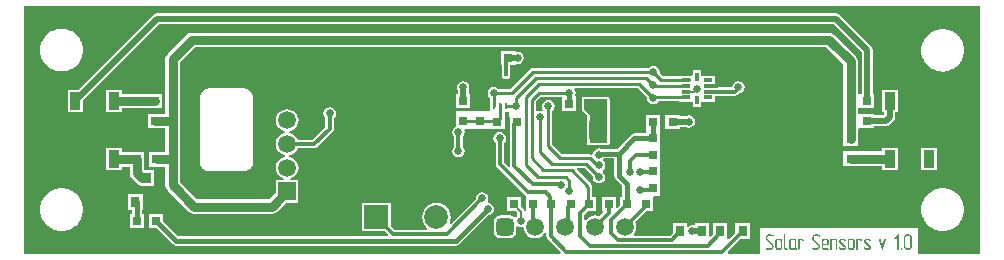
<source format=gtl>
G04*
G04 #@! TF.GenerationSoftware,Altium Limited,Altium Designer,22.1.2 (22)*
G04*
G04 Layer_Physical_Order=1*
G04 Layer_Color=255*
%FSAX44Y44*%
%MOMM*%
G71*
G04*
G04 #@! TF.SameCoordinates,85A146D6-B946-4844-9BAA-ECA2B8BB7C66*
G04*
G04*
G04 #@! TF.FilePolarity,Positive*
G04*
G01*
G75*
%ADD10C,0.2500*%
%ADD13C,0.2000*%
%ADD14R,0.8000X0.8000*%
%ADD15R,0.8000X0.9500*%
%ADD16R,0.8000X0.8000*%
%ADD17O,0.9000X1.5000*%
%ADD18R,0.9000X1.5000*%
%ADD19R,0.2500X0.5500*%
G04:AMPARAMS|DCode=20|XSize=0.3mm|YSize=0.55mm|CornerRadius=0.075mm|HoleSize=0mm|Usage=FLASHONLY|Rotation=0.000|XOffset=0mm|YOffset=0mm|HoleType=Round|Shape=RoundedRectangle|*
%AMROUNDEDRECTD20*
21,1,0.3000,0.4000,0,0,0.0*
21,1,0.1500,0.5500,0,0,0.0*
1,1,0.1500,0.0750,-0.2000*
1,1,0.1500,-0.0750,-0.2000*
1,1,0.1500,-0.0750,0.2000*
1,1,0.1500,0.0750,0.2000*
%
%ADD20ROUNDEDRECTD20*%
%ADD21R,0.3000X0.8000*%
%ADD22R,0.8000X0.3000*%
G04:AMPARAMS|DCode=23|XSize=0.3mm|YSize=0.8mm|CornerRadius=0.075mm|HoleSize=0mm|Usage=FLASHONLY|Rotation=270.000|XOffset=0mm|YOffset=0mm|HoleType=Round|Shape=RoundedRectangle|*
%AMROUNDEDRECTD23*
21,1,0.3000,0.6500,0,0,270.0*
21,1,0.1500,0.8000,0,0,270.0*
1,1,0.1500,-0.3250,-0.0750*
1,1,0.1500,-0.3250,0.0750*
1,1,0.1500,0.3250,0.0750*
1,1,0.1500,0.3250,-0.0750*
%
%ADD23ROUNDEDRECTD23*%
%ADD24R,7.3000X9.6000*%
%ADD25R,1.4000X0.8000*%
G04:AMPARAMS|DCode=26|XSize=1.5mm|YSize=2.2mm|CornerRadius=0.375mm|HoleSize=0mm|Usage=FLASHONLY|Rotation=180.000|XOffset=0mm|YOffset=0mm|HoleType=Round|Shape=RoundedRectangle|*
%AMROUNDEDRECTD26*
21,1,1.5000,1.4500,0,0,180.0*
21,1,0.7500,2.2000,0,0,180.0*
1,1,0.7500,-0.3750,0.7250*
1,1,0.7500,0.3750,0.7250*
1,1,0.7500,0.3750,-0.7250*
1,1,0.7500,-0.3750,-0.7250*
%
%ADD26ROUNDEDRECTD26*%
%ADD27R,1.5000X2.2000*%
G04:AMPARAMS|DCode=28|XSize=1.5mm|YSize=0.9mm|CornerRadius=0.225mm|HoleSize=0mm|Usage=FLASHONLY|Rotation=90.000|XOffset=0mm|YOffset=0mm|HoleType=Round|Shape=RoundedRectangle|*
%AMROUNDEDRECTD28*
21,1,1.5000,0.4500,0,0,90.0*
21,1,1.0500,0.9000,0,0,90.0*
1,1,0.4500,0.2250,0.5250*
1,1,0.4500,0.2250,-0.5250*
1,1,0.4500,-0.2250,-0.5250*
1,1,0.4500,-0.2250,0.5250*
%
%ADD28ROUNDEDRECTD28*%
G04:AMPARAMS|DCode=29|XSize=1.5mm|YSize=1.5mm|CornerRadius=0.375mm|HoleSize=0mm|Usage=FLASHONLY|Rotation=90.000|XOffset=0mm|YOffset=0mm|HoleType=Round|Shape=RoundedRectangle|*
%AMROUNDEDRECTD29*
21,1,1.5000,0.7500,0,0,90.0*
21,1,0.7500,1.5000,0,0,90.0*
1,1,0.7500,0.3750,0.3750*
1,1,0.7500,0.3750,-0.3750*
1,1,0.7500,-0.3750,-0.3750*
1,1,0.7500,-0.3750,0.3750*
%
%ADD29ROUNDEDRECTD29*%
%ADD30C,1.5000*%
%ADD51C,0.8000*%
%ADD52C,0.4000*%
%ADD53C,0.3000*%
%ADD54C,0.5000*%
%ADD55C,2.0000*%
%ADD56R,2.0000X2.0000*%
%ADD57R,1.5000X1.5000*%
%ADD58C,0.6500*%
G36*
X00814902Y00005098D02*
X00761947D01*
Y00026592D01*
X00628053D01*
Y00005098D01*
X00601304D01*
X00600818Y00006271D01*
X00611797Y00017250D01*
X00619500D01*
Y00030750D01*
X00607500D01*
Y00023047D01*
X00601770Y00017317D01*
X00600500Y00017843D01*
Y00030750D01*
X00588500D01*
Y00021547D01*
X00586673Y00019720D01*
X00585500Y00020206D01*
Y00030750D01*
X00573500D01*
Y00030055D01*
X00572230Y00029108D01*
X00571000Y00029353D01*
X00568952Y00028945D01*
X00567770Y00028156D01*
X00566500Y00028827D01*
Y00030750D01*
X00554500D01*
Y00023047D01*
X00552022Y00020569D01*
X00521973D01*
X00521347Y00021839D01*
X00522398Y00023209D01*
X00523355Y00025520D01*
X00523682Y00028000D01*
X00523355Y00030480D01*
X00522849Y00031702D01*
X00532147Y00041000D01*
X00538000D01*
Y00053000D01*
X00538652Y00054000D01*
X00544000D01*
Y00123000D01*
X00532000D01*
Y00123000D01*
X00531750D01*
Y00111000D01*
X00532000D01*
Y00109000D01*
X00531750D01*
Y00107078D01*
X00522000D01*
X00522000Y00107078D01*
X00520439Y00106768D01*
X00519116Y00105884D01*
X00507311Y00094078D01*
X00493380D01*
X00492000Y00094353D01*
X00489952Y00093945D01*
X00488215Y00092785D01*
X00487055Y00091048D01*
X00486764Y00089589D01*
X00485503Y00088949D01*
X00485440Y00088947D01*
X00485268Y00089061D01*
X00484000Y00089314D01*
X00460373D01*
X00452314Y00097373D01*
Y00125900D01*
X00452785Y00126215D01*
X00453945Y00127952D01*
X00454353Y00130000D01*
X00453945Y00132048D01*
X00452785Y00133785D01*
X00451048Y00134945D01*
X00449000Y00135353D01*
X00446952Y00134945D01*
X00445215Y00133785D01*
X00444055Y00132048D01*
X00443647Y00130000D01*
X00444055Y00127952D01*
X00444680Y00127016D01*
X00444363Y00126479D01*
X00443840Y00125987D01*
X00442000Y00126353D01*
X00439952Y00125945D01*
X00439434Y00125599D01*
X00438314Y00126198D01*
Y00133628D01*
X00442373Y00137686D01*
X00460750D01*
Y00126000D01*
X00472750D01*
Y00138000D01*
X00472721D01*
X00472009Y00139270D01*
X00472353Y00141000D01*
X00471945Y00143048D01*
X00471031Y00144416D01*
X00471548Y00145686D01*
X00524627D01*
X00532758Y00137556D01*
X00532647Y00137000D01*
X00533055Y00134952D01*
X00534215Y00133215D01*
X00535952Y00132055D01*
X00538000Y00131647D01*
X00540048Y00132055D01*
X00541785Y00133215D01*
X00542434Y00134186D01*
X00559500D01*
Y00134000D01*
X00571500D01*
Y00129500D01*
X00578500D01*
Y00132730D01*
X00578500Y00134000D01*
X00590500D01*
Y00138931D01*
X00607500D01*
X00608866Y00139203D01*
X00610023Y00139977D01*
X00610866Y00140819D01*
X00612048Y00141055D01*
X00613785Y00142215D01*
X00614945Y00143952D01*
X00615353Y00146000D01*
X00614945Y00148048D01*
X00613785Y00149785D01*
X00612048Y00150945D01*
X00610000Y00151353D01*
X00607952Y00150945D01*
X00606215Y00149785D01*
X00605055Y00148048D01*
X00604661Y00146069D01*
X00584500D01*
X00584155Y00146000D01*
X00581000D01*
Y00149000D01*
X00590500D01*
Y00156000D01*
X00578500D01*
X00578500Y00157270D01*
Y00160500D01*
X00571500D01*
Y00156196D01*
X00570230Y00155569D01*
X00569823Y00155840D01*
X00568750Y00156054D01*
X00562250D01*
X00561177Y00155840D01*
X00561137Y00155814D01*
X00545873D01*
X00543242Y00158444D01*
X00543353Y00159000D01*
X00542945Y00161048D01*
X00541785Y00162785D01*
X00540048Y00163945D01*
X00538000Y00164353D01*
X00535952Y00163945D01*
X00534215Y00162785D01*
X00533900Y00162314D01*
X00436000D01*
X00434732Y00162061D01*
X00433657Y00161343D01*
X00416628Y00144314D01*
X00407100D01*
X00406785Y00144785D01*
X00405048Y00145945D01*
X00403000Y00146353D01*
X00400952Y00145945D01*
X00399215Y00144785D01*
X00398055Y00143048D01*
X00397647Y00141000D01*
X00398055Y00138952D01*
X00399215Y00137215D01*
X00399686Y00136900D01*
Y00130250D01*
X00399750Y00129930D01*
Y00126000D01*
X00371000D01*
Y00112955D01*
X00370952Y00112945D01*
X00369215Y00111785D01*
X00368055Y00110048D01*
X00367647Y00108000D01*
X00368055Y00105952D01*
X00369215Y00104215D01*
X00369431Y00104070D01*
Y00095930D01*
X00369215Y00095785D01*
X00368055Y00094048D01*
X00367647Y00092000D01*
X00368055Y00089952D01*
X00369215Y00088215D01*
X00370952Y00087055D01*
X00373000Y00086647D01*
X00375048Y00087055D01*
X00376785Y00088215D01*
X00377945Y00089952D01*
X00378353Y00092000D01*
X00377945Y00094048D01*
X00376785Y00095785D01*
X00376569Y00095930D01*
Y00104070D01*
X00376785Y00104215D01*
X00377945Y00105952D01*
X00378353Y00108000D01*
X00378009Y00109730D01*
X00378721Y00111000D01*
X00412000D01*
Y00125500D01*
X00416000D01*
Y00121000D01*
X00416250D01*
Y00111000D01*
X00416681D01*
Y00079750D01*
X00416828Y00079015D01*
X00415657Y00078390D01*
X00411569Y00082478D01*
Y00099070D01*
X00411785Y00099215D01*
X00412945Y00100952D01*
X00413353Y00103000D01*
X00412945Y00105048D01*
X00411785Y00106785D01*
X00410048Y00107945D01*
X00408000Y00108353D01*
X00405952Y00107945D01*
X00404215Y00106785D01*
X00403055Y00105048D01*
X00402647Y00103000D01*
X00403055Y00100952D01*
X00404215Y00099215D01*
X00404431Y00099070D01*
Y00081000D01*
X00404703Y00079634D01*
X00405477Y00078477D01*
X00429477Y00054477D01*
X00429898Y00054195D01*
X00430250Y00053000D01*
X00430250Y00053000D01*
X00430250Y00053000D01*
Y00041271D01*
X00428980Y00041146D01*
X00428826Y00041920D01*
X00428163Y00042913D01*
X00425750Y00045326D01*
Y00053000D01*
X00413750D01*
Y00041000D01*
X00421424D01*
X00422941Y00039483D01*
Y00037270D01*
X00422215Y00036785D01*
X00421772Y00036122D01*
X00420750Y00035954D01*
X00420187Y00036035D01*
X00418493Y00037166D01*
X00416250Y00037613D01*
X00408750D01*
X00406506Y00037166D01*
X00404604Y00035896D01*
X00403334Y00033993D01*
X00402887Y00031750D01*
Y00024250D01*
X00403334Y00022006D01*
X00404604Y00020104D01*
X00406506Y00018834D01*
X00408750Y00018387D01*
X00416250D01*
X00418493Y00018834D01*
X00420395Y00020104D01*
X00421666Y00022006D01*
X00422113Y00024250D01*
Y00027756D01*
X00423382Y00028435D01*
X00423952Y00028055D01*
X00426000Y00027647D01*
X00427066Y00027859D01*
X00428460Y00026919D01*
X00428644Y00025520D01*
X00429602Y00023209D01*
X00431124Y00021225D01*
X00433109Y00019702D01*
X00435420Y00018744D01*
X00437900Y00018418D01*
X00440380Y00018744D01*
X00442691Y00019702D01*
X00444675Y00021225D01*
X00446161Y00023161D01*
X00446288Y00023173D01*
X00447431Y00022803D01*
Y00020000D01*
X00447703Y00018634D01*
X00448477Y00017477D01*
X00459682Y00006271D01*
X00459196Y00005098D01*
X00005098D01*
Y00214902D01*
X00814902D01*
Y00005098D01*
D02*
G37*
G36*
X00504922Y00071000D02*
X00504922Y00071000D01*
X00505232Y00069439D01*
X00506116Y00068116D01*
X00511422Y00062811D01*
Y00053000D01*
X00509500D01*
Y00046047D01*
X00507423Y00043970D01*
X00506250Y00044456D01*
Y00053000D01*
X00494250D01*
Y00041000D01*
X00494994D01*
X00495480Y00039827D01*
X00492402Y00036749D01*
X00491180Y00037255D01*
X00488700Y00037582D01*
X00486220Y00037255D01*
X00483909Y00036298D01*
X00481925Y00034775D01*
X00480839Y00033360D01*
X00479569Y00033791D01*
Y00037772D01*
X00482797Y00041000D01*
X00489750D01*
Y00053000D01*
X00486314D01*
Y00062000D01*
X00486061Y00063268D01*
X00485343Y00064343D01*
X00473173Y00076513D01*
X00473659Y00077686D01*
X00479627D01*
X00486758Y00070556D01*
X00486647Y00070000D01*
X00487055Y00067952D01*
X00488215Y00066215D01*
X00489952Y00065055D01*
X00492000Y00064647D01*
X00494048Y00065055D01*
X00495785Y00066215D01*
X00496945Y00067952D01*
X00497353Y00070000D01*
X00496945Y00072048D01*
X00495785Y00073785D01*
X00495119Y00074230D01*
Y00075758D01*
X00495785Y00076203D01*
X00496945Y00077939D01*
X00497353Y00079988D01*
X00496945Y00082036D01*
X00495824Y00083714D01*
X00495656Y00084058D01*
Y00084901D01*
X00496598Y00085922D01*
X00504922D01*
Y00071000D01*
D02*
G37*
G36*
X00676900Y00021573D02*
X00676993D01*
X00677122Y00021555D01*
X00677400Y00021499D01*
X00677733Y00021425D01*
X00678104Y00021296D01*
X00678474Y00021129D01*
X00678863Y00020907D01*
X00678881D01*
X00678918Y00020870D01*
X00679029Y00020777D01*
X00679141Y00020610D01*
X00679178Y00020499D01*
X00679196Y00020370D01*
Y00020351D01*
Y00020333D01*
X00679178Y00020240D01*
X00679103Y00020092D01*
X00679066Y00020018D01*
X00678992Y00019925D01*
X00678955Y00019888D01*
X00678863Y00019833D01*
X00678696Y00019759D01*
X00678604Y00019740D01*
X00678511Y00019722D01*
X00678474D01*
X00678400Y00019740D01*
X00678270Y00019777D01*
X00678141Y00019833D01*
X00678104Y00019851D01*
X00678030Y00019907D01*
X00677881Y00019981D01*
X00677715Y00020073D01*
X00677493Y00020166D01*
X00677252Y00020240D01*
X00676974Y00020296D01*
X00676696Y00020314D01*
X00675234D01*
X00675104Y00020296D01*
X00674937Y00020259D01*
X00674752Y00020185D01*
X00674548Y00020111D01*
X00674363Y00019981D01*
X00674178Y00019814D01*
X00674160Y00019796D01*
X00674104Y00019722D01*
X00674030Y00019629D01*
X00673956Y00019481D01*
X00673882Y00019314D01*
X00673808Y00019111D01*
X00673752Y00018888D01*
X00673734Y00018648D01*
Y00018611D01*
Y00018537D01*
X00673752Y00018407D01*
X00673789Y00018259D01*
X00673845Y00018074D01*
X00673937Y00017889D01*
X00674048Y00017685D01*
X00674197Y00017500D01*
X00678270Y00013408D01*
X00678289Y00013389D01*
X00678307Y00013370D01*
X00678344Y00013315D01*
X00678400Y00013259D01*
X00678548Y00013074D01*
X00678715Y00012834D01*
X00678863Y00012519D01*
X00679011Y00012167D01*
X00679103Y00011778D01*
X00679141Y00011556D01*
Y00011334D01*
Y00011315D01*
Y00011278D01*
Y00011223D01*
X00679122Y00011149D01*
Y00011037D01*
X00679103Y00010926D01*
X00679048Y00010649D01*
X00678937Y00010334D01*
X00678789Y00010000D01*
X00678604Y00009649D01*
X00678474Y00009482D01*
X00678326Y00009315D01*
Y00009297D01*
X00678289Y00009278D01*
X00678178Y00009186D01*
X00677992Y00009038D01*
X00677752Y00008871D01*
X00677437Y00008704D01*
X00677085Y00008575D01*
X00676659Y00008464D01*
X00676437Y00008445D01*
X00676196Y00008427D01*
X00674752D01*
X00674660Y00008445D01*
X00674567D01*
X00674437Y00008464D01*
X00674160Y00008501D01*
X00673826Y00008593D01*
X00673456Y00008704D01*
X00673086Y00008852D01*
X00672715Y00009075D01*
X00672697Y00009093D01*
X00672678Y00009112D01*
X00672567Y00009223D01*
X00672475Y00009390D01*
X00672438Y00009501D01*
X00672419Y00009612D01*
Y00009630D01*
Y00009649D01*
X00672438Y00009760D01*
X00672493Y00009908D01*
X00672586Y00010056D01*
Y00010075D01*
X00672623Y00010093D01*
X00672715Y00010167D01*
X00672863Y00010223D01*
X00672956Y00010260D01*
X00673086D01*
X00673160Y00010241D01*
X00673289Y00010223D01*
X00673419Y00010149D01*
X00673456Y00010130D01*
X00673530Y00010075D01*
X00673660Y00010000D01*
X00673845Y00009926D01*
X00674048Y00009852D01*
X00674308Y00009778D01*
X00674567Y00009723D01*
X00674863Y00009704D01*
X00676326D01*
X00676419Y00009723D01*
X00676622Y00009760D01*
X00676844Y00009834D01*
X00676863D01*
X00676900Y00009852D01*
X00676956Y00009889D01*
X00677030Y00009926D01*
X00677196Y00010037D01*
X00677363Y00010186D01*
X00677382Y00010204D01*
X00677400Y00010223D01*
X00677493Y00010334D01*
X00677604Y00010501D01*
X00677715Y00010704D01*
Y00010723D01*
X00677733Y00010760D01*
X00677752Y00010815D01*
X00677789Y00010889D01*
X00677826Y00011112D01*
X00677844Y00011352D01*
Y00011371D01*
Y00011408D01*
Y00011463D01*
X00677826Y00011556D01*
X00677807Y00011741D01*
X00677733Y00011963D01*
Y00011982D01*
X00677715Y00012019D01*
X00677678Y00012074D01*
X00677641Y00012148D01*
X00677511Y00012334D01*
X00677326Y00012537D01*
X00673271Y00016592D01*
Y00016611D01*
X00673234Y00016630D01*
X00673141Y00016741D01*
X00673012Y00016926D01*
X00672863Y00017166D01*
X00672697Y00017463D01*
X00672567Y00017815D01*
X00672475Y00018222D01*
X00672456Y00018426D01*
X00672438Y00018648D01*
Y00018666D01*
Y00018703D01*
Y00018759D01*
X00672456Y00018851D01*
Y00018963D01*
X00672475Y00019074D01*
X00672530Y00019351D01*
X00672623Y00019685D01*
X00672771Y00020018D01*
X00672956Y00020351D01*
X00673215Y00020666D01*
X00673234Y00020685D01*
X00673252Y00020703D01*
X00673363Y00020814D01*
X00673549Y00020962D01*
X00673789Y00021129D01*
X00674104Y00021296D01*
X00674474Y00021444D01*
X00674882Y00021555D01*
X00675104Y00021573D01*
X00675345Y00021592D01*
X00676807D01*
X00676900Y00021573D01*
D02*
G37*
G36*
X00637534D02*
X00637626D01*
X00637756Y00021555D01*
X00638034Y00021499D01*
X00638367Y00021425D01*
X00638737Y00021296D01*
X00639108Y00021129D01*
X00639496Y00020907D01*
X00639515D01*
X00639552Y00020870D01*
X00639663Y00020777D01*
X00639774Y00020610D01*
X00639811Y00020499D01*
X00639830Y00020370D01*
Y00020351D01*
Y00020333D01*
X00639811Y00020240D01*
X00639737Y00020092D01*
X00639700Y00020018D01*
X00639626Y00019925D01*
X00639589Y00019888D01*
X00639496Y00019833D01*
X00639330Y00019759D01*
X00639237Y00019740D01*
X00639145Y00019722D01*
X00639108D01*
X00639034Y00019740D01*
X00638904Y00019777D01*
X00638774Y00019833D01*
X00638737Y00019851D01*
X00638663Y00019907D01*
X00638515Y00019981D01*
X00638349Y00020073D01*
X00638126Y00020166D01*
X00637886Y00020240D01*
X00637608Y00020296D01*
X00637330Y00020314D01*
X00635867D01*
X00635738Y00020296D01*
X00635571Y00020259D01*
X00635386Y00020185D01*
X00635182Y00020111D01*
X00634997Y00019981D01*
X00634812Y00019814D01*
X00634793Y00019796D01*
X00634738Y00019722D01*
X00634664Y00019629D01*
X00634590Y00019481D01*
X00634516Y00019314D01*
X00634441Y00019111D01*
X00634386Y00018888D01*
X00634367Y00018648D01*
Y00018611D01*
Y00018537D01*
X00634386Y00018407D01*
X00634423Y00018259D01*
X00634478Y00018074D01*
X00634571Y00017889D01*
X00634682Y00017685D01*
X00634830Y00017500D01*
X00638904Y00013408D01*
X00638923Y00013389D01*
X00638941Y00013370D01*
X00638978Y00013315D01*
X00639034Y00013259D01*
X00639182Y00013074D01*
X00639348Y00012834D01*
X00639496Y00012519D01*
X00639645Y00012167D01*
X00639737Y00011778D01*
X00639774Y00011556D01*
Y00011334D01*
Y00011315D01*
Y00011278D01*
Y00011223D01*
X00639756Y00011149D01*
Y00011037D01*
X00639737Y00010926D01*
X00639682Y00010649D01*
X00639571Y00010334D01*
X00639422Y00010000D01*
X00639237Y00009649D01*
X00639108Y00009482D01*
X00638960Y00009315D01*
Y00009297D01*
X00638923Y00009278D01*
X00638811Y00009186D01*
X00638626Y00009038D01*
X00638386Y00008871D01*
X00638071Y00008704D01*
X00637719Y00008575D01*
X00637293Y00008464D01*
X00637071Y00008445D01*
X00636830Y00008427D01*
X00635386D01*
X00635293Y00008445D01*
X00635201D01*
X00635071Y00008464D01*
X00634793Y00008501D01*
X00634460Y00008593D01*
X00634090Y00008704D01*
X00633719Y00008852D01*
X00633349Y00009075D01*
X00633330Y00009093D01*
X00633312Y00009112D01*
X00633201Y00009223D01*
X00633108Y00009390D01*
X00633071Y00009501D01*
X00633053Y00009612D01*
Y00009630D01*
Y00009649D01*
X00633071Y00009760D01*
X00633127Y00009908D01*
X00633219Y00010056D01*
Y00010075D01*
X00633256Y00010093D01*
X00633349Y00010167D01*
X00633497Y00010223D01*
X00633590Y00010260D01*
X00633719D01*
X00633793Y00010241D01*
X00633923Y00010223D01*
X00634053Y00010149D01*
X00634090Y00010130D01*
X00634164Y00010075D01*
X00634293Y00010000D01*
X00634478Y00009926D01*
X00634682Y00009852D01*
X00634941Y00009778D01*
X00635201Y00009723D01*
X00635497Y00009704D01*
X00636960D01*
X00637052Y00009723D01*
X00637256Y00009760D01*
X00637478Y00009834D01*
X00637497D01*
X00637534Y00009852D01*
X00637589Y00009889D01*
X00637663Y00009926D01*
X00637830Y00010037D01*
X00637997Y00010186D01*
X00638015Y00010204D01*
X00638034Y00010223D01*
X00638126Y00010334D01*
X00638237Y00010501D01*
X00638349Y00010704D01*
Y00010723D01*
X00638367Y00010760D01*
X00638386Y00010815D01*
X00638423Y00010889D01*
X00638460Y00011112D01*
X00638478Y00011352D01*
Y00011371D01*
Y00011408D01*
Y00011463D01*
X00638460Y00011556D01*
X00638441Y00011741D01*
X00638367Y00011963D01*
Y00011982D01*
X00638349Y00012019D01*
X00638312Y00012074D01*
X00638274Y00012148D01*
X00638145Y00012334D01*
X00637960Y00012537D01*
X00633904Y00016592D01*
Y00016611D01*
X00633867Y00016630D01*
X00633775Y00016741D01*
X00633645Y00016926D01*
X00633497Y00017166D01*
X00633330Y00017463D01*
X00633201Y00017815D01*
X00633108Y00018222D01*
X00633090Y00018426D01*
X00633071Y00018648D01*
Y00018666D01*
Y00018703D01*
Y00018759D01*
X00633090Y00018851D01*
Y00018963D01*
X00633108Y00019074D01*
X00633164Y00019351D01*
X00633256Y00019685D01*
X00633405Y00020018D01*
X00633590Y00020351D01*
X00633849Y00020666D01*
X00633867Y00020685D01*
X00633886Y00020703D01*
X00633997Y00020814D01*
X00634182Y00020962D01*
X00634423Y00021129D01*
X00634738Y00021296D01*
X00635108Y00021444D01*
X00635516Y00021555D01*
X00635738Y00021573D01*
X00635978Y00021592D01*
X00637441D01*
X00637534Y00021573D01*
D02*
G37*
G36*
X00719970Y00017907D02*
X00720136Y00017889D01*
X00720340Y00017852D01*
X00720562Y00017796D01*
X00720784Y00017722D01*
X00721025Y00017611D01*
X00721062Y00017592D01*
X00721136Y00017555D01*
X00721247Y00017481D01*
X00721395Y00017389D01*
X00721562Y00017278D01*
X00721747Y00017129D01*
X00721914Y00016963D01*
X00722081Y00016759D01*
X00722099Y00016722D01*
X00722155Y00016630D01*
X00722210Y00016500D01*
X00722229Y00016352D01*
Y00016333D01*
Y00016315D01*
X00722210Y00016204D01*
X00722136Y00016056D01*
X00722099Y00015981D01*
X00722025Y00015907D01*
X00721988Y00015870D01*
X00721895Y00015815D01*
X00721747Y00015759D01*
X00721562Y00015722D01*
X00721507D01*
X00721451Y00015741D01*
X00721377Y00015759D01*
X00721210Y00015833D01*
X00721136Y00015889D01*
X00721062Y00015981D01*
X00721044Y00016018D01*
X00720970Y00016092D01*
X00720859Y00016185D01*
X00720692Y00016315D01*
X00720507Y00016444D01*
X00720266Y00016537D01*
X00720007Y00016611D01*
X00719710Y00016648D01*
X00718396D01*
X00718322Y00016630D01*
X00718229Y00016611D01*
X00718044Y00016537D01*
X00717933Y00016481D01*
X00717840Y00016389D01*
Y00016370D01*
X00717803Y00016352D01*
X00717766Y00016296D01*
X00717729Y00016222D01*
X00717655Y00016037D01*
X00717637Y00015907D01*
X00717618Y00015778D01*
Y00015759D01*
Y00015704D01*
X00717637Y00015630D01*
X00717655Y00015537D01*
X00717711Y00015426D01*
X00717766Y00015296D01*
X00717859Y00015185D01*
X00717970Y00015074D01*
X00721432Y00012260D01*
X00721451Y00012241D01*
X00721507Y00012204D01*
X00721581Y00012130D01*
X00721655Y00012037D01*
X00721766Y00011908D01*
X00721858Y00011778D01*
X00721951Y00011630D01*
X00722025Y00011463D01*
X00722044Y00011445D01*
X00722062Y00011389D01*
X00722099Y00011297D01*
X00722136Y00011204D01*
X00722173Y00011056D01*
X00722192Y00010926D01*
X00722229Y00010760D01*
Y00010593D01*
Y00010556D01*
Y00010445D01*
X00722192Y00010297D01*
X00722155Y00010093D01*
X00722081Y00009852D01*
X00721970Y00009612D01*
X00721821Y00009352D01*
X00721618Y00009093D01*
X00721599Y00009056D01*
X00721507Y00008982D01*
X00721377Y00008889D01*
X00721192Y00008760D01*
X00720970Y00008630D01*
X00720710Y00008538D01*
X00720396Y00008464D01*
X00720062Y00008427D01*
X00718673D01*
X00718544Y00008445D01*
X00718359Y00008464D01*
X00718155Y00008501D01*
X00717933Y00008556D01*
X00717711Y00008630D01*
X00717470Y00008723D01*
X00717451Y00008741D01*
X00717377Y00008778D01*
X00717248Y00008852D01*
X00717118Y00008945D01*
X00716952Y00009075D01*
X00716766Y00009223D01*
X00716600Y00009390D01*
X00716433Y00009575D01*
Y00009593D01*
X00716414Y00009612D01*
X00716377Y00009704D01*
X00716340Y00009834D01*
X00716322Y00009982D01*
Y00010000D01*
Y00010019D01*
X00716340Y00010130D01*
X00716396Y00010278D01*
X00716489Y00010426D01*
X00716526Y00010464D01*
X00716618Y00010519D01*
X00716766Y00010575D01*
X00716970Y00010612D01*
X00717026D01*
X00717100Y00010593D01*
X00717174Y00010575D01*
X00717248Y00010538D01*
X00717340Y00010501D01*
X00717414Y00010426D01*
X00717488Y00010334D01*
X00717507Y00010315D01*
X00717581Y00010241D01*
X00717692Y00010130D01*
X00717840Y00010019D01*
X00718025Y00009908D01*
X00718248Y00009797D01*
X00718507Y00009723D01*
X00718803Y00009704D01*
X00720136D01*
X00720192Y00009723D01*
X00720285Y00009741D01*
X00720488Y00009815D01*
X00720599Y00009871D01*
X00720692Y00009963D01*
X00720710Y00009982D01*
X00720729Y00010019D01*
X00720766Y00010056D01*
X00720821Y00010130D01*
X00720895Y00010315D01*
X00720914Y00010426D01*
X00720932Y00010556D01*
Y00010575D01*
Y00010630D01*
X00720914Y00010704D01*
X00720895Y00010797D01*
X00720859Y00010889D01*
X00720784Y00011019D01*
X00720710Y00011112D01*
X00720599Y00011223D01*
X00717118Y00014093D01*
X00717100Y00014111D01*
X00717044Y00014148D01*
X00716970Y00014222D01*
X00716877Y00014315D01*
X00716785Y00014426D01*
X00716674Y00014556D01*
X00716581Y00014704D01*
X00716507Y00014852D01*
Y00014870D01*
X00716470Y00014926D01*
X00716451Y00015019D01*
X00716414Y00015130D01*
X00716377Y00015259D01*
X00716359Y00015407D01*
X00716322Y00015741D01*
Y00015759D01*
Y00015778D01*
X00716340Y00015889D01*
X00716359Y00016056D01*
X00716396Y00016259D01*
X00716451Y00016500D01*
X00716563Y00016741D01*
X00716692Y00017000D01*
X00716877Y00017241D01*
X00716914Y00017278D01*
X00716989Y00017352D01*
X00717118Y00017463D01*
X00717303Y00017592D01*
X00717544Y00017703D01*
X00717803Y00017815D01*
X00718118Y00017889D01*
X00718451Y00017926D01*
X00719821D01*
X00719970Y00017907D01*
D02*
G37*
G36*
X00698935Y00017907D02*
X00699101Y00017889D01*
X00699305Y00017852D01*
X00699527Y00017796D01*
X00699750Y00017722D01*
X00699990Y00017611D01*
X00700027Y00017592D01*
X00700101Y00017555D01*
X00700212Y00017481D01*
X00700361Y00017389D01*
X00700527Y00017277D01*
X00700712Y00017129D01*
X00700879Y00016963D01*
X00701046Y00016759D01*
X00701064Y00016722D01*
X00701120Y00016630D01*
X00701175Y00016500D01*
X00701194Y00016352D01*
Y00016333D01*
Y00016315D01*
X00701175Y00016204D01*
X00701101Y00016055D01*
X00701064Y00015981D01*
X00700990Y00015907D01*
X00700953Y00015870D01*
X00700861Y00015815D01*
X00700712Y00015759D01*
X00700527Y00015722D01*
X00700472D01*
X00700416Y00015741D01*
X00700342Y00015759D01*
X00700175Y00015833D01*
X00700101Y00015889D01*
X00700027Y00015981D01*
X00700009Y00016018D01*
X00699935Y00016092D01*
X00699824Y00016185D01*
X00699657Y00016315D01*
X00699472Y00016444D01*
X00699231Y00016537D01*
X00698972Y00016611D01*
X00698676Y00016648D01*
X00697361D01*
X00697287Y00016630D01*
X00697194Y00016611D01*
X00697009Y00016537D01*
X00696898Y00016481D01*
X00696805Y00016389D01*
Y00016370D01*
X00696768Y00016352D01*
X00696731Y00016296D01*
X00696694Y00016222D01*
X00696620Y00016037D01*
X00696602Y00015907D01*
X00696583Y00015778D01*
Y00015759D01*
Y00015704D01*
X00696602Y00015630D01*
X00696620Y00015537D01*
X00696676Y00015426D01*
X00696731Y00015296D01*
X00696824Y00015185D01*
X00696935Y00015074D01*
X00700398Y00012260D01*
X00700416Y00012241D01*
X00700472Y00012204D01*
X00700546Y00012130D01*
X00700620Y00012037D01*
X00700731Y00011908D01*
X00700824Y00011778D01*
X00700916Y00011630D01*
X00700990Y00011463D01*
X00701009Y00011445D01*
X00701027Y00011389D01*
X00701064Y00011297D01*
X00701101Y00011204D01*
X00701138Y00011056D01*
X00701157Y00010926D01*
X00701194Y00010760D01*
Y00010593D01*
Y00010556D01*
Y00010445D01*
X00701157Y00010297D01*
X00701120Y00010093D01*
X00701046Y00009852D01*
X00700935Y00009612D01*
X00700787Y00009352D01*
X00700583Y00009093D01*
X00700564Y00009056D01*
X00700472Y00008982D01*
X00700342Y00008889D01*
X00700157Y00008760D01*
X00699935Y00008630D01*
X00699676Y00008538D01*
X00699361Y00008464D01*
X00699027Y00008427D01*
X00697639D01*
X00697509Y00008445D01*
X00697324Y00008464D01*
X00697120Y00008501D01*
X00696898Y00008556D01*
X00696676Y00008630D01*
X00696435Y00008723D01*
X00696417Y00008741D01*
X00696342Y00008778D01*
X00696213Y00008852D01*
X00696083Y00008945D01*
X00695917Y00009075D01*
X00695732Y00009223D01*
X00695565Y00009390D01*
X00695398Y00009575D01*
Y00009593D01*
X00695380Y00009612D01*
X00695343Y00009704D01*
X00695306Y00009834D01*
X00695287Y00009982D01*
Y00010000D01*
Y00010019D01*
X00695306Y00010130D01*
X00695361Y00010278D01*
X00695454Y00010426D01*
X00695491Y00010463D01*
X00695583Y00010519D01*
X00695732Y00010575D01*
X00695935Y00010612D01*
X00695991D01*
X00696065Y00010593D01*
X00696139Y00010575D01*
X00696213Y00010538D01*
X00696305Y00010501D01*
X00696379Y00010426D01*
X00696454Y00010334D01*
X00696472Y00010315D01*
X00696546Y00010241D01*
X00696657Y00010130D01*
X00696805Y00010019D01*
X00696991Y00009908D01*
X00697213Y00009797D01*
X00697472Y00009723D01*
X00697768Y00009704D01*
X00699101D01*
X00699157Y00009723D01*
X00699250Y00009741D01*
X00699453Y00009815D01*
X00699564Y00009871D01*
X00699657Y00009963D01*
X00699676Y00009982D01*
X00699694Y00010019D01*
X00699731Y00010056D01*
X00699787Y00010130D01*
X00699861Y00010315D01*
X00699879Y00010426D01*
X00699898Y00010556D01*
Y00010575D01*
Y00010630D01*
X00699879Y00010704D01*
X00699861Y00010797D01*
X00699824Y00010889D01*
X00699750Y00011019D01*
X00699676Y00011112D01*
X00699564Y00011223D01*
X00696083Y00014093D01*
X00696065Y00014111D01*
X00696009Y00014148D01*
X00695935Y00014222D01*
X00695843Y00014315D01*
X00695750Y00014426D01*
X00695639Y00014556D01*
X00695546Y00014704D01*
X00695472Y00014852D01*
Y00014870D01*
X00695435Y00014926D01*
X00695417Y00015019D01*
X00695380Y00015130D01*
X00695343Y00015259D01*
X00695324Y00015407D01*
X00695287Y00015741D01*
Y00015759D01*
Y00015778D01*
X00695306Y00015889D01*
X00695324Y00016055D01*
X00695361Y00016259D01*
X00695417Y00016500D01*
X00695528Y00016741D01*
X00695657Y00017000D01*
X00695843Y00017241D01*
X00695880Y00017277D01*
X00695954Y00017352D01*
X00696083Y00017463D01*
X00696268Y00017592D01*
X00696509Y00017703D01*
X00696768Y00017815D01*
X00697083Y00017889D01*
X00697417Y00017926D01*
X00698787D01*
X00698935Y00017907D01*
D02*
G37*
G36*
X00713026Y00017907D02*
X00713193Y00017870D01*
X00713378Y00017833D01*
X00713581Y00017759D01*
X00713804Y00017666D01*
X00714007Y00017537D01*
X00714026Y00017518D01*
X00714100Y00017463D01*
X00714193Y00017389D01*
X00714322Y00017278D01*
X00714452Y00017129D01*
X00714581Y00016963D01*
X00714692Y00016759D01*
X00714785Y00016555D01*
Y00016537D01*
X00714803Y00016500D01*
Y00016426D01*
Y00016315D01*
Y00016296D01*
Y00016278D01*
X00714785Y00016167D01*
X00714711Y00016018D01*
X00714674Y00015944D01*
X00714600Y00015870D01*
X00714563Y00015852D01*
X00714470Y00015796D01*
X00714322Y00015722D01*
X00714137Y00015704D01*
X00714063D01*
X00713989Y00015722D01*
X00713896Y00015759D01*
X00713785Y00015815D01*
X00713693Y00015889D01*
X00713600Y00015981D01*
X00713526Y00016129D01*
Y00016148D01*
X00713507Y00016167D01*
X00713470Y00016259D01*
X00713359Y00016407D01*
X00713267Y00016481D01*
X00713174Y00016555D01*
X00713156Y00016574D01*
X00713082Y00016611D01*
X00712952Y00016630D01*
X00712785Y00016648D01*
X00711193D01*
Y00009056D01*
Y00009038D01*
X00711174Y00008964D01*
X00711156Y00008852D01*
X00711119Y00008741D01*
X00711026Y00008630D01*
X00710915Y00008519D01*
X00710748Y00008445D01*
X00710526Y00008427D01*
X00710489D01*
X00710360Y00008445D01*
X00710211Y00008501D01*
X00710063Y00008593D01*
X00710045Y00008630D01*
X00709989Y00008723D01*
X00709915Y00008852D01*
X00709897Y00009056D01*
Y00017278D01*
Y00017315D01*
X00709915Y00017389D01*
X00709934Y00017481D01*
X00709971Y00017611D01*
X00710045Y00017722D01*
X00710156Y00017833D01*
X00710322Y00017907D01*
X00710526Y00017926D01*
X00712896D01*
X00713026Y00017907D01*
D02*
G37*
G36*
X00663642Y00017907D02*
X00663809Y00017870D01*
X00663994Y00017833D01*
X00664198Y00017759D01*
X00664420Y00017666D01*
X00664624Y00017537D01*
X00664642Y00017518D01*
X00664716Y00017463D01*
X00664809Y00017389D01*
X00664938Y00017277D01*
X00665068Y00017129D01*
X00665198Y00016963D01*
X00665309Y00016759D01*
X00665401Y00016555D01*
Y00016537D01*
X00665420Y00016500D01*
Y00016426D01*
Y00016315D01*
Y00016296D01*
Y00016278D01*
X00665401Y00016166D01*
X00665327Y00016018D01*
X00665290Y00015944D01*
X00665216Y00015870D01*
X00665179Y00015852D01*
X00665087Y00015796D01*
X00664938Y00015722D01*
X00664753Y00015704D01*
X00664679D01*
X00664605Y00015722D01*
X00664512Y00015759D01*
X00664401Y00015815D01*
X00664309Y00015889D01*
X00664216Y00015981D01*
X00664142Y00016129D01*
Y00016148D01*
X00664124Y00016166D01*
X00664087Y00016259D01*
X00663976Y00016407D01*
X00663883Y00016481D01*
X00663790Y00016555D01*
X00663772Y00016574D01*
X00663698Y00016611D01*
X00663568Y00016630D01*
X00663401Y00016648D01*
X00661809D01*
Y00009056D01*
Y00009038D01*
X00661790Y00008964D01*
X00661772Y00008852D01*
X00661735Y00008741D01*
X00661642Y00008630D01*
X00661531Y00008519D01*
X00661365Y00008445D01*
X00661142Y00008427D01*
X00661105D01*
X00660976Y00008445D01*
X00660828Y00008501D01*
X00660679Y00008593D01*
X00660661Y00008630D01*
X00660605Y00008723D01*
X00660531Y00008852D01*
X00660513Y00009056D01*
Y00017277D01*
Y00017315D01*
X00660531Y00017389D01*
X00660550Y00017481D01*
X00660587Y00017611D01*
X00660661Y00017722D01*
X00660772Y00017833D01*
X00660939Y00017907D01*
X00661142Y00017926D01*
X00663513D01*
X00663642Y00017907D01*
D02*
G37*
G36*
X00734450Y00017907D02*
X00734598Y00017852D01*
X00734764Y00017759D01*
X00734783D01*
X00734801Y00017722D01*
X00734875Y00017648D01*
X00734931Y00017500D01*
X00734968Y00017407D01*
Y00017296D01*
Y00017259D01*
Y00017204D01*
X00734950Y00017129D01*
X00734931Y00017074D01*
X00732654Y00008945D01*
Y00008927D01*
X00732617Y00008871D01*
X00732579Y00008778D01*
X00732524Y00008686D01*
X00732431Y00008575D01*
X00732320Y00008501D01*
X00732172Y00008427D01*
X00732005Y00008408D01*
X00731968D01*
X00731894Y00008427D01*
X00731765Y00008464D01*
X00731635Y00008538D01*
X00731617Y00008556D01*
X00731543Y00008630D01*
X00731487Y00008723D01*
X00731450Y00008816D01*
X00729135Y00017074D01*
Y00017092D01*
X00729117Y00017111D01*
X00729098Y00017185D01*
Y00017296D01*
Y00017315D01*
Y00017352D01*
X00729117Y00017463D01*
X00729172Y00017592D01*
X00729284Y00017740D01*
X00729302D01*
X00729321Y00017778D01*
X00729413Y00017833D01*
X00729561Y00017889D01*
X00729746Y00017926D01*
X00729820D01*
X00729895Y00017907D01*
X00730006Y00017870D01*
X00730098Y00017815D01*
X00730209Y00017722D01*
X00730302Y00017611D01*
X00730376Y00017444D01*
X00732024Y00011000D01*
X00733690Y00017444D01*
Y00017463D01*
X00733709Y00017518D01*
X00733746Y00017592D01*
X00733802Y00017685D01*
X00733876Y00017778D01*
X00733987Y00017852D01*
X00734135Y00017907D01*
X00734302Y00017926D01*
X00734339D01*
X00734450Y00017907D01*
D02*
G37*
G36*
X00754188Y00021573D02*
X00754299Y00021555D01*
X00754429Y00021536D01*
X00754725Y00021444D01*
X00755059Y00021314D01*
X00755244Y00021222D01*
X00755429Y00021110D01*
X00755614Y00020981D01*
X00755799Y00020833D01*
X00755966Y00020666D01*
X00756151Y00020462D01*
X00756170D01*
X00756188Y00020444D01*
X00756281Y00020351D01*
X00756410Y00020203D01*
X00756559Y00020018D01*
X00756688Y00019759D01*
X00756818Y00019444D01*
X00756910Y00019074D01*
X00756947Y00018870D01*
Y00018648D01*
Y00011334D01*
Y00011315D01*
Y00011278D01*
Y00011223D01*
X00756929Y00011130D01*
Y00011037D01*
X00756910Y00010908D01*
X00756836Y00010630D01*
X00756744Y00010297D01*
X00756577Y00009963D01*
X00756373Y00009612D01*
X00756225Y00009445D01*
X00756077Y00009278D01*
X00756059D01*
X00756040Y00009241D01*
X00755984Y00009204D01*
X00755929Y00009149D01*
X00755744Y00009001D01*
X00755503Y00008852D01*
X00755188Y00008704D01*
X00754836Y00008556D01*
X00754429Y00008464D01*
X00754207Y00008445D01*
X00753985Y00008427D01*
X00752966D01*
X00752874Y00008445D01*
X00752763D01*
X00752652Y00008464D01*
X00752355Y00008538D01*
X00752040Y00008630D01*
X00751689Y00008778D01*
X00751337Y00008982D01*
X00751170Y00009112D01*
X00751003Y00009260D01*
Y00009278D01*
X00750966Y00009297D01*
X00750929Y00009352D01*
X00750874Y00009408D01*
X00750744Y00009593D01*
X00750596Y00009834D01*
X00750430Y00010149D01*
X00750300Y00010501D01*
X00750207Y00010889D01*
X00750189Y00011112D01*
X00750170Y00011334D01*
Y00018648D01*
Y00018666D01*
Y00018703D01*
Y00018759D01*
X00750189Y00018851D01*
Y00018963D01*
X00750226Y00019074D01*
X00750281Y00019370D01*
X00750393Y00019703D01*
X00750541Y00020055D01*
X00750763Y00020425D01*
X00750892Y00020611D01*
X00751040Y00020777D01*
X00751059Y00020796D01*
X00751078Y00020814D01*
X00751189Y00020907D01*
X00751355Y00021036D01*
X00751596Y00021185D01*
X00751892Y00021333D01*
X00752244Y00021462D01*
X00752633Y00021555D01*
X00752855Y00021592D01*
X00754114D01*
X00754188Y00021573D01*
D02*
G37*
G36*
X00748189Y00009686D02*
X00748282Y00009667D01*
X00748411Y00009630D01*
X00748541Y00009538D01*
X00748633Y00009427D01*
X00748707Y00009278D01*
X00748745Y00009056D01*
Y00009038D01*
Y00009019D01*
X00748726Y00008908D01*
X00748670Y00008760D01*
X00748559Y00008612D01*
X00748522Y00008575D01*
X00748430Y00008519D01*
X00748282Y00008464D01*
X00748078Y00008427D01*
X00748022D01*
X00747911Y00008445D01*
X00747763Y00008501D01*
X00747615Y00008593D01*
X00747596Y00008630D01*
X00747541Y00008723D01*
X00747467Y00008871D01*
X00747448Y00009056D01*
Y00009075D01*
Y00009093D01*
X00747467Y00009204D01*
X00747522Y00009352D01*
X00747615Y00009501D01*
Y00009519D01*
X00747652Y00009538D01*
X00747745Y00009612D01*
X00747874Y00009667D01*
X00747967Y00009704D01*
X00748115D01*
X00748189Y00009686D01*
D02*
G37*
G36*
X00745449Y00021555D02*
X00745597Y00021499D01*
X00745763Y00021388D01*
X00745782D01*
X00745800Y00021351D01*
X00745874Y00021277D01*
X00745930Y00021129D01*
X00745967Y00021036D01*
Y00020925D01*
Y00009056D01*
Y00009038D01*
Y00009001D01*
X00745948Y00008945D01*
Y00008871D01*
X00745874Y00008723D01*
X00745837Y00008649D01*
X00745763Y00008575D01*
X00745726Y00008556D01*
X00745634Y00008501D01*
X00745504Y00008445D01*
X00745319Y00008427D01*
X00745282D01*
X00745152Y00008445D01*
X00745004Y00008501D01*
X00744856Y00008593D01*
X00744819Y00008630D01*
X00744763Y00008723D01*
X00744708Y00008852D01*
X00744671Y00009056D01*
Y00019666D01*
X00743041Y00017740D01*
X00743004Y00017703D01*
X00742912Y00017648D01*
X00742764Y00017592D01*
X00742578Y00017555D01*
X00742541D01*
X00742430Y00017574D01*
X00742282Y00017629D01*
X00742115Y00017740D01*
X00742078Y00017778D01*
X00742023Y00017870D01*
X00741967Y00018018D01*
X00741930Y00018203D01*
Y00018222D01*
Y00018240D01*
X00741949Y00018352D01*
X00742023Y00018500D01*
X00742060Y00018574D01*
X00742134Y00018648D01*
X00744874Y00021388D01*
X00744911Y00021425D01*
X00744986Y00021481D01*
X00745115Y00021536D01*
X00745300Y00021573D01*
X00745337D01*
X00745449Y00021555D01*
D02*
G37*
G36*
X00706656Y00017907D02*
X00706916Y00017852D01*
X00707193Y00017759D01*
X00707212D01*
X00707249Y00017722D01*
X00707323Y00017685D01*
X00707415Y00017648D01*
X00707619Y00017500D01*
X00707841Y00017315D01*
X00707860Y00017296D01*
X00707897Y00017278D01*
X00707934Y00017222D01*
X00708008Y00017148D01*
X00708138Y00016944D01*
X00708267Y00016685D01*
Y00016667D01*
X00708286Y00016630D01*
X00708323Y00016555D01*
X00708360Y00016444D01*
X00708415Y00016204D01*
X00708434Y00015926D01*
Y00010445D01*
Y00010426D01*
Y00010408D01*
Y00010297D01*
X00708397Y00010149D01*
X00708360Y00009945D01*
X00708286Y00009704D01*
X00708193Y00009464D01*
X00708045Y00009223D01*
X00707841Y00009001D01*
X00707823Y00008982D01*
X00707730Y00008908D01*
X00707619Y00008816D01*
X00707452Y00008723D01*
X00707230Y00008612D01*
X00706990Y00008519D01*
X00706712Y00008445D01*
X00706397Y00008427D01*
X00704527Y00008427D01*
X00704416Y00008445D01*
X00704268Y00008464D01*
X00704064Y00008501D01*
X00703823Y00008575D01*
X00703583Y00008667D01*
X00703342Y00008816D01*
X00703120Y00009001D01*
X00703101Y00009019D01*
X00703027Y00009112D01*
X00702953Y00009223D01*
X00702842Y00009390D01*
X00702749Y00009612D01*
X00702657Y00009852D01*
X00702583Y00010130D01*
X00702564Y00010445D01*
Y00015926D01*
Y00015944D01*
Y00016000D01*
Y00016074D01*
X00702583Y00016166D01*
X00702620Y00016426D01*
X00702712Y00016685D01*
Y00016703D01*
X00702749Y00016741D01*
X00702768Y00016815D01*
X00702823Y00016907D01*
X00702953Y00017111D01*
X00703120Y00017333D01*
X00703138Y00017352D01*
X00703175Y00017389D01*
X00703231Y00017426D01*
X00703305Y00017500D01*
X00703508Y00017629D01*
X00703749Y00017759D01*
X00703768D01*
X00703823Y00017778D01*
X00703897Y00017815D01*
X00703990Y00017852D01*
X00704119Y00017870D01*
X00704249Y00017907D01*
X00704564Y00017926D01*
X00706545Y00017926D01*
X00706656Y00017907D01*
D02*
G37*
G36*
X00692028Y00017907D02*
X00692287Y00017852D01*
X00692565Y00017759D01*
X00692584D01*
X00692621Y00017722D01*
X00692695Y00017685D01*
X00692787Y00017648D01*
X00692991Y00017500D01*
X00693213Y00017315D01*
X00693232Y00017296D01*
X00693269Y00017277D01*
X00693306Y00017222D01*
X00693380Y00017148D01*
X00693510Y00016944D01*
X00693639Y00016685D01*
Y00016667D01*
X00693658Y00016630D01*
X00693695Y00016555D01*
X00693732Y00016444D01*
X00693787Y00016204D01*
X00693806Y00015926D01*
Y00009056D01*
Y00009038D01*
X00693787Y00008964D01*
X00693769Y00008852D01*
X00693732Y00008741D01*
X00693639Y00008630D01*
X00693528Y00008519D01*
X00693361Y00008445D01*
X00693139Y00008427D01*
X00693102D01*
X00692991Y00008445D01*
X00692843Y00008501D01*
X00692695Y00008593D01*
X00692658Y00008630D01*
X00692602Y00008723D01*
X00692547Y00008852D01*
X00692510Y00009056D01*
Y00015926D01*
Y00015944D01*
Y00015981D01*
X00692491Y00016037D01*
Y00016092D01*
X00692417Y00016259D01*
X00692361Y00016352D01*
X00692287Y00016426D01*
Y00016444D01*
X00692250Y00016463D01*
X00692139Y00016537D01*
X00691991Y00016611D01*
X00691880Y00016648D01*
X00689232D01*
Y00009056D01*
Y00009038D01*
X00689214Y00008964D01*
X00689195Y00008852D01*
X00689158Y00008741D01*
X00689065Y00008630D01*
X00688954Y00008519D01*
X00688788Y00008445D01*
X00688566Y00008427D01*
X00688529D01*
X00688399Y00008445D01*
X00688251Y00008501D01*
X00688103Y00008593D01*
X00688084Y00008630D01*
X00688028Y00008723D01*
X00687954Y00008852D01*
X00687936Y00009056D01*
Y00017277D01*
Y00017315D01*
X00687954Y00017389D01*
X00687973Y00017481D01*
X00688010Y00017611D01*
X00688084Y00017722D01*
X00688195Y00017833D01*
X00688362Y00017907D01*
X00688566Y00017926D01*
X00691917D01*
X00692028Y00017907D01*
D02*
G37*
G36*
X00684770Y00017889D02*
X00684955Y00017852D01*
X00685195Y00017778D01*
X00685436Y00017685D01*
X00685677Y00017537D01*
X00685899Y00017333D01*
X00685918Y00017315D01*
X00685992Y00017222D01*
X00686084Y00017111D01*
X00686195Y00016944D01*
X00686307Y00016722D01*
X00686399Y00016481D01*
X00686473Y00016204D01*
X00686492Y00015889D01*
Y00013167D01*
Y00013148D01*
X00686473Y00013074D01*
X00686455Y00012963D01*
X00686399Y00012852D01*
X00686325Y00012741D01*
X00686195Y00012630D01*
X00686029Y00012556D01*
X00685807Y00012537D01*
X00681918D01*
Y00010426D01*
Y00010408D01*
Y00010371D01*
X00681937Y00010315D01*
Y00010241D01*
X00682011Y00010075D01*
X00682048Y00009982D01*
X00682122Y00009908D01*
X00682140D01*
X00682159Y00009871D01*
X00682251Y00009815D01*
X00682418Y00009741D01*
X00682511Y00009723D01*
X00682603Y00009704D01*
X00685844D01*
X00685918Y00009686D01*
X00686010Y00009667D01*
X00686140Y00009630D01*
X00686270Y00009538D01*
X00686362Y00009427D01*
X00686436Y00009278D01*
X00686473Y00009056D01*
Y00009038D01*
Y00009019D01*
X00686455Y00008908D01*
X00686399Y00008760D01*
X00686307Y00008612D01*
X00686270Y00008575D01*
X00686177Y00008519D01*
X00686029Y00008464D01*
X00685807Y00008427D01*
X00682585D01*
X00682474Y00008445D01*
X00682325Y00008464D01*
X00682122Y00008501D01*
X00681881Y00008575D01*
X00681640Y00008667D01*
X00681400Y00008816D01*
X00681177Y00009001D01*
X00681159Y00009019D01*
X00681085Y00009112D01*
X00681011Y00009223D01*
X00680900Y00009390D01*
X00680807Y00009612D01*
X00680714Y00009852D01*
X00680640Y00010130D01*
X00680622Y00010445D01*
Y00015907D01*
Y00015926D01*
Y00015981D01*
Y00016055D01*
X00680640Y00016148D01*
X00680677Y00016389D01*
X00680770Y00016667D01*
Y00016685D01*
X00680807Y00016722D01*
X00680826Y00016796D01*
X00680881Y00016889D01*
X00681011Y00017092D01*
X00681177Y00017315D01*
X00681196Y00017333D01*
X00681233Y00017370D01*
X00681289Y00017407D01*
X00681363Y00017481D01*
X00681566Y00017611D01*
X00681807Y00017759D01*
X00681825D01*
X00681881Y00017778D01*
X00681955Y00017815D01*
X00682048Y00017852D01*
X00682177Y00017870D01*
X00682307Y00017907D01*
X00682622Y00017926D01*
X00684603D01*
X00684770Y00017889D01*
D02*
G37*
G36*
X00649366Y00021573D02*
X00649514Y00021518D01*
X00649681Y00021407D01*
X00649699D01*
X00649718Y00021370D01*
X00649792Y00021277D01*
X00649847Y00021129D01*
X00649884Y00021036D01*
Y00020925D01*
Y00010426D01*
Y00010408D01*
Y00010371D01*
X00649903Y00010315D01*
Y00010241D01*
X00649977Y00010075D01*
X00650014Y00009982D01*
X00650088Y00009908D01*
X00650107D01*
X00650125Y00009871D01*
X00650218Y00009815D01*
X00650384Y00009741D01*
X00650477Y00009723D01*
X00650570Y00009704D01*
X00651069D01*
X00651143Y00009686D01*
X00651255Y00009667D01*
X00651384Y00009630D01*
X00651495Y00009538D01*
X00651606Y00009427D01*
X00651681Y00009278D01*
X00651718Y00009056D01*
Y00009038D01*
Y00009019D01*
X00651699Y00008908D01*
X00651643Y00008760D01*
X00651532Y00008612D01*
X00651495Y00008575D01*
X00651403Y00008519D01*
X00651255Y00008464D01*
X00651032Y00008427D01*
X00650421D01*
X00650329Y00008445D01*
X00650070Y00008482D01*
X00649792Y00008575D01*
X00649773D01*
X00649736Y00008612D01*
X00649662Y00008630D01*
X00649588Y00008686D01*
X00649384Y00008816D01*
X00649162Y00009001D01*
X00649144Y00009019D01*
X00649125Y00009056D01*
X00649070Y00009112D01*
X00649014Y00009186D01*
X00648866Y00009390D01*
X00648736Y00009630D01*
Y00009649D01*
X00648718Y00009704D01*
X00648699Y00009778D01*
X00648662Y00009871D01*
X00648644Y00010000D01*
X00648607Y00010130D01*
X00648588Y00010445D01*
Y00020925D01*
Y00020944D01*
Y00020981D01*
X00648607Y00021092D01*
X00648662Y00021259D01*
X00648755Y00021407D01*
X00648792Y00021444D01*
X00648885Y00021499D01*
X00649033Y00021555D01*
X00649218Y00021592D01*
X00649255D01*
X00649366Y00021573D01*
D02*
G37*
G36*
X00645348Y00017907D02*
X00645607Y00017852D01*
X00645885Y00017759D01*
X00645903D01*
X00645940Y00017722D01*
X00646014Y00017685D01*
X00646107Y00017648D01*
X00646311Y00017500D01*
X00646533Y00017315D01*
X00646551Y00017296D01*
X00646588Y00017277D01*
X00646625Y00017222D01*
X00646700Y00017148D01*
X00646829Y00016944D01*
X00646959Y00016685D01*
Y00016667D01*
X00646977Y00016630D01*
X00647014Y00016555D01*
X00647051Y00016444D01*
X00647107Y00016204D01*
X00647125Y00015926D01*
Y00010445D01*
Y00010426D01*
Y00010408D01*
Y00010297D01*
X00647088Y00010149D01*
X00647051Y00009945D01*
X00646977Y00009704D01*
X00646885Y00009463D01*
X00646737Y00009223D01*
X00646533Y00009001D01*
X00646514Y00008982D01*
X00646422Y00008908D01*
X00646311Y00008816D01*
X00646144Y00008723D01*
X00645922Y00008612D01*
X00645681Y00008519D01*
X00645403Y00008445D01*
X00645089Y00008427D01*
X00643218D01*
X00643107Y00008445D01*
X00642959Y00008464D01*
X00642756Y00008501D01*
X00642515Y00008575D01*
X00642274Y00008667D01*
X00642033Y00008816D01*
X00641811Y00009001D01*
X00641793Y00009019D01*
X00641719Y00009112D01*
X00641645Y00009223D01*
X00641533Y00009390D01*
X00641441Y00009612D01*
X00641348Y00009852D01*
X00641274Y00010130D01*
X00641256Y00010445D01*
Y00015926D01*
Y00015944D01*
Y00016000D01*
Y00016074D01*
X00641274Y00016166D01*
X00641311Y00016426D01*
X00641404Y00016685D01*
Y00016703D01*
X00641441Y00016741D01*
X00641459Y00016815D01*
X00641515Y00016907D01*
X00641645Y00017111D01*
X00641811Y00017333D01*
X00641830Y00017352D01*
X00641867Y00017389D01*
X00641922Y00017426D01*
X00641996Y00017500D01*
X00642200Y00017629D01*
X00642441Y00017759D01*
X00642459D01*
X00642515Y00017778D01*
X00642589Y00017815D01*
X00642681Y00017852D01*
X00642811Y00017870D01*
X00642941Y00017907D01*
X00643255Y00017926D01*
X00645237D01*
X00645348Y00017907D01*
D02*
G37*
G36*
X00658365D02*
X00658457Y00017889D01*
X00658587Y00017852D01*
X00658717Y00017759D01*
X00658809Y00017648D01*
X00658883Y00017500D01*
X00658920Y00017277D01*
Y00010445D01*
Y00010426D01*
Y00010408D01*
X00658939Y00010278D01*
X00658976Y00010112D01*
X00659050Y00009945D01*
X00659087Y00009908D01*
X00659161Y00009815D01*
X00659291Y00009723D01*
X00659476Y00009630D01*
X00659494D01*
X00659531Y00009612D01*
X00659606Y00009575D01*
X00659680Y00009519D01*
X00659735Y00009427D01*
X00659809Y00009334D01*
X00659846Y00009204D01*
X00659865Y00009056D01*
Y00009038D01*
Y00009019D01*
X00659846Y00008908D01*
X00659791Y00008760D01*
X00659680Y00008593D01*
X00659643Y00008556D01*
X00659568Y00008501D01*
X00659420Y00008445D01*
X00659235Y00008408D01*
X00659050D01*
X00658995Y00008427D01*
X00658958Y00008445D01*
X00658883Y00008482D01*
X00658735Y00008556D01*
X00658643Y00008630D01*
X00658532Y00008704D01*
X00658513D01*
X00658495Y00008723D01*
X00658402Y00008797D01*
X00658309Y00008908D01*
X00658272Y00008964D01*
X00658254Y00009038D01*
X00658235Y00009019D01*
X00658180Y00008945D01*
X00658069Y00008852D01*
X00657921Y00008741D01*
X00657717Y00008612D01*
X00657495Y00008519D01*
X00657217Y00008445D01*
X00656884Y00008427D01*
X00655013D01*
X00654902Y00008445D01*
X00654754Y00008464D01*
X00654550Y00008501D01*
X00654310Y00008575D01*
X00654069Y00008667D01*
X00653828Y00008816D01*
X00653606Y00009001D01*
X00653588Y00009019D01*
X00653514Y00009112D01*
X00653421Y00009223D01*
X00653328Y00009390D01*
X00653217Y00009612D01*
X00653125Y00009852D01*
X00653051Y00010130D01*
X00653032Y00010445D01*
Y00015926D01*
Y00015944D01*
Y00016000D01*
Y00016074D01*
X00653051Y00016166D01*
X00653088Y00016426D01*
X00653180Y00016685D01*
Y00016703D01*
X00653217Y00016741D01*
X00653236Y00016815D01*
X00653291Y00016907D01*
X00653421Y00017111D01*
X00653606Y00017333D01*
X00653625Y00017352D01*
X00653662Y00017389D01*
X00653717Y00017426D01*
X00653791Y00017500D01*
X00653995Y00017629D01*
X00654254Y00017759D01*
X00654273D01*
X00654328Y00017778D01*
X00654402Y00017815D01*
X00654495Y00017852D01*
X00654606Y00017870D01*
X00654754Y00017907D01*
X00655051Y00017926D01*
X00658291D01*
X00658365Y00017907D01*
D02*
G37*
%LPC*%
G36*
X00421250Y00177000D02*
Y00177000D01*
X00409250D01*
Y00165000D01*
X00409681D01*
Y00157799D01*
X00409696Y00157725D01*
Y00155750D01*
X00409910Y00154677D01*
X00410517Y00153767D01*
X00411427Y00153160D01*
X00412500Y00152946D01*
X00414000D01*
X00415073Y00153160D01*
X00415983Y00153767D01*
X00416590Y00154677D01*
X00416804Y00155750D01*
Y00157725D01*
X00416819Y00157799D01*
Y00165000D01*
X00421250D01*
Y00165000D01*
X00422226Y00165801D01*
X00423000Y00165647D01*
X00425048Y00166055D01*
X00426785Y00167215D01*
X00427945Y00168952D01*
X00428353Y00171000D01*
X00427945Y00173048D01*
X00426785Y00174785D01*
X00425048Y00175945D01*
X00423000Y00176353D01*
X00422226Y00176199D01*
X00421250Y00177000D01*
D02*
G37*
G36*
X00038280Y00195662D02*
X00035720D01*
X00035227Y00195564D01*
X00034725D01*
X00032213Y00195064D01*
X00031750Y00194872D01*
X00031257Y00194774D01*
X00028891Y00193794D01*
X00028474Y00193515D01*
X00028010Y00193323D01*
X00025881Y00191900D01*
X00025526Y00191545D01*
X00025108Y00191266D01*
X00023297Y00189455D01*
X00023018Y00189038D01*
X00022663Y00188683D01*
X00021241Y00186554D01*
X00021049Y00186090D01*
X00020770Y00185672D01*
X00019790Y00183306D01*
X00019692Y00182814D01*
X00019499Y00182350D01*
X00019000Y00179838D01*
Y00179336D01*
X00018902Y00178844D01*
Y00176283D01*
X00019000Y00175791D01*
Y00175289D01*
X00019499Y00172777D01*
X00019692Y00172313D01*
X00019790Y00171821D01*
X00020770Y00169455D01*
X00021049Y00169037D01*
X00021241Y00168573D01*
X00022663Y00166444D01*
X00023019Y00166089D01*
X00023297Y00165672D01*
X00025108Y00163861D01*
X00025526Y00163582D01*
X00025881Y00163227D01*
X00028010Y00161804D01*
X00028474Y00161612D01*
X00028891Y00161333D01*
X00031257Y00160353D01*
X00031749Y00160255D01*
X00032213Y00160063D01*
X00034725Y00159564D01*
X00035227D01*
X00035720Y00159466D01*
X00038280D01*
X00038773Y00159564D01*
X00039275D01*
X00041786Y00160063D01*
X00042250Y00160255D01*
X00042743Y00160353D01*
X00045109Y00161333D01*
X00045526Y00161612D01*
X00045990Y00161804D01*
X00048119Y00163227D01*
X00048474Y00163582D01*
X00048892Y00163861D01*
X00050703Y00165672D01*
X00050981Y00166089D01*
X00051336Y00166444D01*
X00052759Y00168573D01*
X00052951Y00169037D01*
X00053230Y00169455D01*
X00054210Y00171821D01*
X00054308Y00172313D01*
X00054500Y00172777D01*
X00055000Y00175289D01*
Y00175791D01*
X00055098Y00176283D01*
Y00178844D01*
X00055000Y00179336D01*
Y00179839D01*
X00054500Y00182350D01*
X00054308Y00182814D01*
X00054210Y00183306D01*
X00053230Y00185672D01*
X00052951Y00186090D01*
X00052759Y00186554D01*
X00051336Y00188683D01*
X00050981Y00189038D01*
X00050703Y00189455D01*
X00048892Y00191266D01*
X00048474Y00191545D01*
X00048119Y00191900D01*
X00045990Y00193323D01*
X00045526Y00193515D01*
X00045109Y00193794D01*
X00042743Y00194774D01*
X00042250Y00194872D01*
X00041786Y00195064D01*
X00039275Y00195564D01*
X00038773D01*
X00038280Y00195662D01*
D02*
G37*
G36*
X00784280Y00195598D02*
X00781720D01*
X00781227Y00195500D01*
X00780725D01*
X00778213Y00195000D01*
X00777749Y00194808D01*
X00777257Y00194710D01*
X00774891Y00193730D01*
X00774474Y00193451D01*
X00774010Y00193259D01*
X00771881Y00191836D01*
X00771526Y00191481D01*
X00771108Y00191203D01*
X00769297Y00189392D01*
X00769018Y00188974D01*
X00768663Y00188619D01*
X00767241Y00186490D01*
X00767049Y00186026D01*
X00766770Y00185609D01*
X00765790Y00183243D01*
X00765692Y00182750D01*
X00765499Y00182286D01*
X00765000Y00179775D01*
Y00179273D01*
X00764902Y00178780D01*
Y00176220D01*
X00765000Y00175727D01*
Y00175225D01*
X00765499Y00172714D01*
X00765692Y00172250D01*
X00765790Y00171757D01*
X00766770Y00169391D01*
X00767048Y00168974D01*
X00767241Y00168510D01*
X00768663Y00166381D01*
X00769018Y00166026D01*
X00769297Y00165608D01*
X00771108Y00163797D01*
X00771526Y00163519D01*
X00771881Y00163164D01*
X00774010Y00161741D01*
X00774474Y00161549D01*
X00774891Y00161270D01*
X00777257Y00160290D01*
X00777749Y00160192D01*
X00778214Y00160000D01*
X00780725Y00159500D01*
X00781227D01*
X00781720Y00159402D01*
X00784280D01*
X00784773Y00159500D01*
X00785275D01*
X00787786Y00160000D01*
X00788250Y00160192D01*
X00788743Y00160290D01*
X00791109Y00161270D01*
X00791526Y00161549D01*
X00791990Y00161741D01*
X00794119Y00163164D01*
X00794474Y00163519D01*
X00794892Y00163797D01*
X00796702Y00165608D01*
X00796982Y00166026D01*
X00797337Y00166381D01*
X00798759Y00168510D01*
X00798951Y00168974D01*
X00799230Y00169391D01*
X00800210Y00171757D01*
X00800308Y00172250D01*
X00800500Y00172714D01*
X00801000Y00175225D01*
Y00175727D01*
X00801098Y00176220D01*
Y00178780D01*
X00801000Y00179273D01*
Y00179775D01*
X00800500Y00182286D01*
X00800308Y00182750D01*
X00800210Y00183243D01*
X00799230Y00185609D01*
X00798951Y00186026D01*
X00798759Y00186490D01*
X00797337Y00188619D01*
X00796981Y00188974D01*
X00796702Y00189392D01*
X00794892Y00191203D01*
X00794474Y00191481D01*
X00794119Y00191836D01*
X00791990Y00193259D01*
X00791526Y00193451D01*
X00791109Y00193730D01*
X00788743Y00194710D01*
X00788250Y00194808D01*
X00787786Y00195000D01*
X00785275Y00195500D01*
X00784773D01*
X00784280Y00195598D01*
D02*
G37*
G36*
X00693000Y00208588D02*
X00117980D01*
X00116224Y00208239D01*
X00114736Y00207244D01*
X00051511Y00144020D01*
X00042000D01*
Y00125020D01*
X00055000D01*
Y00134531D01*
X00119880Y00199412D01*
X00691099D01*
X00714412Y00176099D01*
Y00140250D01*
X00713000D01*
Y00140250D01*
X00711118D01*
Y00168000D01*
X00710652Y00170341D01*
X00709326Y00172326D01*
X00691326Y00190326D01*
X00689341Y00191652D01*
X00687000Y00192118D01*
X00147000D01*
X00144659Y00191652D01*
X00142674Y00190326D01*
X00126674Y00174326D01*
X00125348Y00172341D01*
X00124882Y00170000D01*
Y00123868D01*
X00116325D01*
X00115734Y00123750D01*
X00110000D01*
Y00111750D01*
X00115734D01*
X00116325Y00111632D01*
X00124882D01*
Y00091118D01*
X00117557D01*
X00116966Y00091000D01*
X00111250D01*
Y00079000D01*
X00116966D01*
X00117557Y00078882D01*
X00124882D01*
Y00063000D01*
X00125348Y00060659D01*
X00126674Y00058674D01*
X00144674Y00040674D01*
X00146659Y00039348D01*
X00149000Y00038883D01*
X00215000D01*
X00217341Y00039348D01*
X00219326Y00040674D01*
X00227152Y00048500D01*
X00237500D01*
Y00067500D01*
X00230671D01*
X00230480Y00068745D01*
X00232791Y00069702D01*
X00234775Y00071224D01*
X00236298Y00073209D01*
X00237255Y00075520D01*
X00237582Y00078000D01*
X00237255Y00080480D01*
X00236298Y00082791D01*
X00234775Y00084775D01*
X00232791Y00086298D01*
X00230480Y00087255D01*
X00229690Y00087360D01*
Y00088640D01*
X00230480Y00088745D01*
X00232791Y00089702D01*
X00234775Y00091225D01*
X00236298Y00093209D01*
X00236805Y00094431D01*
X00251000D01*
X00252366Y00094703D01*
X00253523Y00095477D01*
X00266523Y00108477D01*
X00267297Y00109634D01*
X00267569Y00111000D01*
Y00120070D01*
X00267785Y00120215D01*
X00268945Y00121952D01*
X00269353Y00124000D01*
X00268945Y00126048D01*
X00267785Y00127785D01*
X00266048Y00128945D01*
X00264000Y00129353D01*
X00261952Y00128945D01*
X00260215Y00127785D01*
X00259055Y00126048D01*
X00258647Y00124000D01*
X00259055Y00121952D01*
X00260215Y00120215D01*
X00260431Y00120070D01*
Y00112478D01*
X00249522Y00101569D01*
X00236805D01*
X00236298Y00102791D01*
X00234775Y00104775D01*
X00232791Y00106298D01*
X00230480Y00107255D01*
X00229689Y00107360D01*
Y00108640D01*
X00230480Y00108745D01*
X00232791Y00109702D01*
X00234775Y00111225D01*
X00236298Y00113209D01*
X00237255Y00115520D01*
X00237582Y00118000D01*
X00237255Y00120480D01*
X00236298Y00122791D01*
X00234775Y00124775D01*
X00232791Y00126298D01*
X00230480Y00127255D01*
X00228000Y00127582D01*
X00225520Y00127255D01*
X00223209Y00126298D01*
X00221224Y00124775D01*
X00219702Y00122791D01*
X00218745Y00120480D01*
X00218418Y00118000D01*
X00218745Y00115520D01*
X00219702Y00113209D01*
X00221224Y00111225D01*
X00223209Y00109702D01*
X00225520Y00108745D01*
X00226311Y00108640D01*
Y00107360D01*
X00225520Y00107255D01*
X00223209Y00106298D01*
X00221224Y00104775D01*
X00219702Y00102791D01*
X00218745Y00100480D01*
X00218418Y00098000D01*
X00218745Y00095520D01*
X00219702Y00093209D01*
X00221224Y00091225D01*
X00223209Y00089702D01*
X00225520Y00088745D01*
X00226311Y00088640D01*
Y00087360D01*
X00225520Y00087255D01*
X00223209Y00086298D01*
X00221224Y00084775D01*
X00219702Y00082791D01*
X00218745Y00080480D01*
X00218418Y00078000D01*
X00218745Y00075520D01*
X00219702Y00073209D01*
X00221224Y00071224D01*
X00223209Y00069702D01*
X00225520Y00068745D01*
X00225329Y00067500D01*
X00218500D01*
Y00057151D01*
X00212466Y00051118D01*
X00151534D01*
X00137118Y00065534D01*
Y00085000D01*
Y00118000D01*
Y00167466D01*
X00149534Y00179883D01*
X00684466D01*
X00698883Y00165466D01*
Y00102250D01*
X00699000Y00101659D01*
Y00096250D01*
X00704409D01*
X00705000Y00096132D01*
X00705591Y00096250D01*
X00711000D01*
Y00101659D01*
X00711118Y00102250D01*
Y00110852D01*
X00712016Y00111750D01*
X00713000Y00111750D01*
X00714134Y00111750D01*
X00725000D01*
Y00113162D01*
X00734750D01*
X00736506Y00113511D01*
X00737994Y00114506D01*
X00741244Y00117756D01*
X00742239Y00119244D01*
X00742588Y00121000D01*
Y00124980D01*
X00745000D01*
Y00143980D01*
X00732000D01*
Y00124980D01*
X00733412D01*
Y00122900D01*
X00732850Y00122338D01*
X00725000D01*
Y00123750D01*
X00714270D01*
X00713000Y00123750D01*
X00712388Y00123750D01*
X00711118Y00124687D01*
Y00128250D01*
X00713250D01*
Y00128250D01*
X00725000D01*
Y00140250D01*
X00723588D01*
Y00178000D01*
X00723239Y00179756D01*
X00722244Y00181244D01*
X00696244Y00207244D01*
X00694756Y00208239D01*
X00693000Y00208588D01*
D02*
G37*
G36*
X00377000Y00151353D02*
X00374952Y00150945D01*
X00373215Y00149785D01*
X00372055Y00148048D01*
X00371647Y00146000D01*
X00372055Y00143952D01*
X00372412Y00143417D01*
Y00140250D01*
X00371000D01*
Y00128250D01*
X00383000D01*
Y00140250D01*
X00381588D01*
Y00143417D01*
X00381945Y00143952D01*
X00382353Y00146000D01*
X00381945Y00148048D01*
X00380785Y00149785D01*
X00379048Y00150945D01*
X00377000Y00151353D01*
D02*
G37*
G36*
X00088000Y00144020D02*
X00075000D01*
Y00125020D01*
X00088000D01*
Y00128132D01*
X00115718D01*
X00116309Y00128250D01*
X00122000D01*
Y00140250D01*
X00116309D01*
X00115718Y00140367D01*
X00088000D01*
Y00144020D01*
D02*
G37*
G36*
X00560250Y00123000D02*
X00548250D01*
Y00111000D01*
X00560250D01*
Y00112412D01*
X00565417D01*
X00565952Y00112055D01*
X00568000Y00111647D01*
X00570048Y00112055D01*
X00571785Y00113215D01*
X00572945Y00114952D01*
X00573353Y00117000D01*
X00572945Y00119048D01*
X00571785Y00120785D01*
X00570048Y00121945D01*
X00568000Y00122353D01*
X00565952Y00121945D01*
X00565417Y00121588D01*
X00560250D01*
Y00123000D01*
D02*
G37*
G36*
X00499000Y00138039D02*
X00479250D01*
X00479053Y00138000D01*
X00477250D01*
Y00136197D01*
X00477211Y00136000D01*
X00477211Y00127750D01*
X00477250Y00127553D01*
Y00126000D01*
X00478116D01*
X00481961Y00122155D01*
Y00117620D01*
X00481887Y00117250D01*
Y00102750D01*
X00481961Y00102381D01*
Y00099000D01*
X00482116Y00098220D01*
X00482558Y00097558D01*
X00483220Y00097116D01*
X00484000Y00096961D01*
X00487381D01*
X00487750Y00096887D01*
X00495250D01*
X00495619Y00096961D01*
X00499000D01*
X00499780Y00097116D01*
X00500442Y00097558D01*
X00500884Y00098220D01*
X00501039Y00099000D01*
Y00102381D01*
X00501113Y00102750D01*
Y00117250D01*
X00501039Y00117619D01*
Y00136000D01*
X00500884Y00136780D01*
X00500442Y00137442D01*
X00499780Y00137884D01*
X00499000Y00138039D01*
D02*
G37*
G36*
X00778000Y00094980D02*
X00765000D01*
Y00075980D01*
X00778000D01*
Y00094980D01*
D02*
G37*
G36*
X00745000D02*
X00732000D01*
Y00091868D01*
X00705000D01*
X00704409Y00091750D01*
X00699000D01*
Y00086341D01*
X00698883Y00085750D01*
X00699000Y00085159D01*
Y00079750D01*
X00704409D01*
X00705000Y00079633D01*
X00732000D01*
Y00075980D01*
X00745000D01*
Y00094980D01*
D02*
G37*
G36*
X00161403Y00145098D02*
X00159452Y00144710D01*
X00158350Y00144253D01*
X00156696Y00143148D01*
X00156696Y00143148D01*
X00155852Y00142304D01*
X00154747Y00140650D01*
X00154290Y00139548D01*
X00153902Y00137597D01*
X00153902Y00082403D01*
X00154290Y00080452D01*
X00154747Y00079350D01*
X00155852Y00077696D01*
X00156696Y00076852D01*
X00158350Y00075747D01*
X00159452Y00075290D01*
X00161403Y00074902D01*
X00191597Y00074902D01*
X00193548Y00075290D01*
X00194650Y00075747D01*
X00196304Y00076852D01*
X00197148Y00077696D01*
X00197148Y00077696D01*
X00198253Y00079350D01*
X00198710Y00080452D01*
X00199098Y00082403D01*
X00199098Y00137597D01*
X00198710Y00139548D01*
X00198253Y00140650D01*
X00197148Y00142304D01*
X00197148Y00142304D01*
X00196304Y00143148D01*
X00196304Y00143148D01*
X00194650Y00144253D01*
X00193548Y00144710D01*
X00191597Y00145098D01*
X00161403Y00145098D01*
D02*
G37*
G36*
X00088000Y00095020D02*
X00075000D01*
Y00076020D01*
X00088000D01*
Y00078882D01*
X00094633D01*
Y00073250D01*
X00095098Y00070909D01*
X00096424Y00068924D01*
X00100654Y00064694D01*
X00102639Y00063368D01*
X00103000Y00063296D01*
Y00062250D01*
X00115000D01*
Y00075750D01*
X00106902D01*
X00106868Y00075784D01*
Y00085000D01*
X00106750Y00085591D01*
Y00091000D01*
X00101341D01*
X00100750Y00091118D01*
X00100750Y00091117D01*
X00088000D01*
Y00095020D01*
D02*
G37*
G36*
X00393000Y00057353D02*
X00390952Y00056945D01*
X00389215Y00055785D01*
X00388055Y00054048D01*
X00387647Y00052000D01*
X00387698Y00051745D01*
X00366508Y00030554D01*
X00365431Y00031274D01*
X00366091Y00032867D01*
X00366503Y00036000D01*
X00366091Y00039133D01*
X00364882Y00042052D01*
X00362958Y00044559D01*
X00360452Y00046482D01*
X00357533Y00047691D01*
X00354400Y00048104D01*
X00351267Y00047691D01*
X00348348Y00046482D01*
X00345841Y00044559D01*
X00343918Y00042052D01*
X00342709Y00039133D01*
X00342296Y00036000D01*
X00342709Y00032867D01*
X00343918Y00029948D01*
X00345841Y00027441D01*
X00346715Y00026771D01*
X00346307Y00025569D01*
X00319078D01*
X00315600Y00029047D01*
Y00048000D01*
X00291600D01*
Y00024000D01*
X00310553D01*
X00313302Y00021252D01*
X00312816Y00020078D01*
X00135939Y00020078D01*
X00123250Y00032768D01*
Y00039000D01*
X00111250D01*
Y00027000D01*
X00117482D01*
X00131366Y00013116D01*
X00131366Y00013116D01*
X00132689Y00012232D01*
X00134250Y00011922D01*
X00134250Y00011922D01*
X00371000Y00011922D01*
X00371000Y00011922D01*
X00372561Y00012232D01*
X00373884Y00013116D01*
X00398518Y00037750D01*
X00400048Y00038055D01*
X00401785Y00039215D01*
X00402945Y00040952D01*
X00403353Y00043000D01*
X00402945Y00045048D01*
X00401785Y00046785D01*
X00400048Y00047945D01*
X00398357Y00048282D01*
X00397797Y00049197D01*
X00397703Y00049589D01*
X00397945Y00049952D01*
X00398353Y00052000D01*
X00397945Y00054048D01*
X00396785Y00055785D01*
X00395048Y00056945D01*
X00393000Y00057353D01*
D02*
G37*
G36*
X00105500Y00055750D02*
X00093500D01*
Y00042250D01*
X00096672D01*
Y00039000D01*
X00094750D01*
Y00027000D01*
X00106750D01*
Y00039000D01*
X00104828D01*
Y00042250D01*
X00105500D01*
Y00055750D01*
D02*
G37*
G36*
X00038280Y00060662D02*
X00035720D01*
X00035227Y00060564D01*
X00034725D01*
X00032213Y00060064D01*
X00031750Y00059872D01*
X00031257Y00059774D01*
X00028891Y00058794D01*
X00028474Y00058515D01*
X00028010Y00058323D01*
X00025881Y00056900D01*
X00025526Y00056545D01*
X00025108Y00056266D01*
X00023297Y00054455D01*
X00023018Y00054038D01*
X00022663Y00053683D01*
X00021241Y00051554D01*
X00021049Y00051090D01*
X00020770Y00050672D01*
X00019790Y00048306D01*
X00019692Y00047814D01*
X00019499Y00047350D01*
X00019000Y00044838D01*
Y00044336D01*
X00018902Y00043844D01*
Y00041283D01*
X00019000Y00040791D01*
Y00040289D01*
X00019499Y00037777D01*
X00019692Y00037313D01*
X00019790Y00036821D01*
X00020770Y00034455D01*
X00021049Y00034037D01*
X00021241Y00033573D01*
X00022663Y00031444D01*
X00023019Y00031089D01*
X00023297Y00030672D01*
X00025108Y00028861D01*
X00025526Y00028582D01*
X00025881Y00028227D01*
X00028010Y00026804D01*
X00028474Y00026612D01*
X00028891Y00026333D01*
X00031257Y00025353D01*
X00031749Y00025255D01*
X00032213Y00025063D01*
X00034725Y00024564D01*
X00035227D01*
X00035720Y00024466D01*
X00038280D01*
X00038773Y00024564D01*
X00039275D01*
X00041786Y00025063D01*
X00042250Y00025255D01*
X00042743Y00025353D01*
X00045109Y00026333D01*
X00045526Y00026612D01*
X00045990Y00026804D01*
X00048119Y00028227D01*
X00048474Y00028582D01*
X00048892Y00028861D01*
X00050703Y00030672D01*
X00050981Y00031089D01*
X00051336Y00031444D01*
X00052759Y00033573D01*
X00052951Y00034037D01*
X00053230Y00034455D01*
X00054210Y00036821D01*
X00054308Y00037313D01*
X00054500Y00037777D01*
X00055000Y00040289D01*
Y00040791D01*
X00055098Y00041283D01*
Y00043844D01*
X00055000Y00044336D01*
Y00044839D01*
X00054500Y00047350D01*
X00054308Y00047814D01*
X00054210Y00048306D01*
X00053230Y00050672D01*
X00052951Y00051090D01*
X00052759Y00051554D01*
X00051336Y00053683D01*
X00050981Y00054038D01*
X00050703Y00054455D01*
X00048892Y00056266D01*
X00048474Y00056545D01*
X00048119Y00056900D01*
X00045990Y00058323D01*
X00045526Y00058515D01*
X00045109Y00058794D01*
X00042743Y00059774D01*
X00042250Y00059872D01*
X00041786Y00060064D01*
X00039275Y00060564D01*
X00038773D01*
X00038280Y00060662D01*
D02*
G37*
G36*
X00784280Y00060598D02*
X00781720D01*
X00781227Y00060500D01*
X00780725D01*
X00778213Y00060000D01*
X00777749Y00059808D01*
X00777257Y00059710D01*
X00774891Y00058730D01*
X00774474Y00058451D01*
X00774010Y00058259D01*
X00771881Y00056837D01*
X00771526Y00056481D01*
X00771108Y00056203D01*
X00769297Y00054392D01*
X00769018Y00053974D01*
X00768663Y00053619D01*
X00767241Y00051490D01*
X00767049Y00051026D01*
X00766770Y00050609D01*
X00765790Y00048243D01*
X00765692Y00047750D01*
X00765499Y00047287D01*
X00765000Y00044775D01*
Y00044273D01*
X00764902Y00043780D01*
Y00041220D01*
X00765000Y00040727D01*
Y00040225D01*
X00765499Y00037713D01*
X00765692Y00037250D01*
X00765790Y00036757D01*
X00766770Y00034391D01*
X00767048Y00033974D01*
X00767241Y00033510D01*
X00768663Y00031381D01*
X00769018Y00031026D01*
X00769297Y00030608D01*
X00771108Y00028798D01*
X00771526Y00028519D01*
X00771881Y00028163D01*
X00774010Y00026741D01*
X00774474Y00026549D01*
X00774891Y00026270D01*
X00777257Y00025290D01*
X00777749Y00025192D01*
X00778214Y00025000D01*
X00780725Y00024500D01*
X00781227D01*
X00781720Y00024402D01*
X00784280D01*
X00784773Y00024500D01*
X00785275D01*
X00787786Y00025000D01*
X00788250Y00025192D01*
X00788743Y00025290D01*
X00791109Y00026270D01*
X00791526Y00026549D01*
X00791990Y00026741D01*
X00794119Y00028163D01*
X00794474Y00028519D01*
X00794892Y00028798D01*
X00796702Y00030608D01*
X00796982Y00031026D01*
X00797337Y00031381D01*
X00798759Y00033510D01*
X00798951Y00033974D01*
X00799230Y00034391D01*
X00800210Y00036757D01*
X00800308Y00037250D01*
X00800500Y00037713D01*
X00801000Y00040225D01*
Y00040727D01*
X00801098Y00041220D01*
Y00043780D01*
X00801000Y00044273D01*
Y00044775D01*
X00800500Y00047287D01*
X00800308Y00047750D01*
X00800210Y00048243D01*
X00799230Y00050609D01*
X00798951Y00051026D01*
X00798759Y00051490D01*
X00797337Y00053619D01*
X00796981Y00053974D01*
X00796702Y00054392D01*
X00794892Y00056203D01*
X00794474Y00056481D01*
X00794119Y00056837D01*
X00791990Y00058259D01*
X00791526Y00058451D01*
X00791109Y00058730D01*
X00788743Y00059710D01*
X00788250Y00059808D01*
X00787786Y00060000D01*
X00785275Y00060500D01*
X00784773D01*
X00784280Y00060598D01*
D02*
G37*
%LPD*%
G36*
X00499000Y00099000D02*
X00484000D01*
Y00123000D01*
X00479250Y00127750D01*
X00479250Y00136000D01*
X00499000D01*
Y00099000D01*
D02*
G37*
%LPC*%
G36*
X00753985Y00020314D02*
X00752948D01*
X00752874Y00020296D01*
X00752670Y00020259D01*
X00752448Y00020185D01*
X00752429D01*
X00752392Y00020166D01*
X00752355Y00020129D01*
X00752281Y00020092D01*
X00752114Y00019981D01*
X00751929Y00019814D01*
Y00019796D01*
X00751892Y00019777D01*
X00751800Y00019666D01*
X00751689Y00019500D01*
X00751578Y00019296D01*
Y00019277D01*
X00751559Y00019240D01*
X00751541Y00019185D01*
X00751522Y00019111D01*
X00751485Y00018907D01*
X00751466Y00018648D01*
Y00011334D01*
Y00011315D01*
Y00011278D01*
Y00011204D01*
X00751485Y00011130D01*
X00751522Y00010908D01*
X00751578Y00010686D01*
Y00010667D01*
X00751596Y00010630D01*
X00751633Y00010575D01*
X00751670Y00010519D01*
X00751781Y00010334D01*
X00751929Y00010167D01*
X00751948D01*
X00751966Y00010130D01*
X00752077Y00010038D01*
X00752244Y00009926D01*
X00752448Y00009815D01*
X00752466D01*
X00752503Y00009797D01*
X00752559Y00009778D01*
X00752633Y00009760D01*
X00752837Y00009723D01*
X00753077Y00009704D01*
X00754114D01*
X00754244Y00009723D01*
X00754411Y00009760D01*
X00754596Y00009815D01*
X00754781Y00009889D01*
X00754985Y00010000D01*
X00755170Y00010149D01*
X00755188Y00010167D01*
X00755244Y00010241D01*
X00755318Y00010334D01*
X00755411Y00010464D01*
X00755503Y00010649D01*
X00755577Y00010852D01*
X00755633Y00011075D01*
X00755651Y00011334D01*
Y00018648D01*
Y00018666D01*
Y00018703D01*
Y00018759D01*
X00755633Y00018851D01*
X00755596Y00019037D01*
X00755522Y00019259D01*
Y00019277D01*
X00755503Y00019314D01*
X00755466Y00019370D01*
X00755429Y00019444D01*
X00755318Y00019611D01*
X00755151Y00019796D01*
X00755133Y00019814D01*
X00755114Y00019833D01*
X00755003Y00019925D01*
X00754836Y00020055D01*
X00754633Y00020166D01*
X00754614D01*
X00754577Y00020185D01*
X00754522Y00020222D01*
X00754448Y00020240D01*
X00754244Y00020296D01*
X00753985Y00020314D01*
D02*
G37*
G36*
X00706508Y00016648D02*
X00704508Y00016648D01*
X00704379Y00016630D01*
X00704231Y00016555D01*
X00704138Y00016500D01*
X00704064Y00016426D01*
X00704027Y00016389D01*
X00703971Y00016296D01*
X00703897Y00016129D01*
X00703879Y00016037D01*
X00703860Y00015926D01*
Y00010426D01*
Y00010408D01*
Y00010371D01*
X00703879Y00010315D01*
Y00010241D01*
X00703953Y00010075D01*
X00703990Y00009982D01*
X00704064Y00009908D01*
X00704082D01*
X00704101Y00009871D01*
X00704193Y00009815D01*
X00704360Y00009741D01*
X00704453Y00009723D01*
X00704545Y00009704D01*
X00706453Y00009704D01*
X00706508Y00009723D01*
X00706582D01*
X00706749Y00009797D01*
X00706841Y00009834D01*
X00706916Y00009908D01*
X00706934Y00009926D01*
X00706953Y00009945D01*
X00707027Y00010056D01*
X00707101Y00010204D01*
X00707138Y00010315D01*
Y00010426D01*
Y00015926D01*
Y00015944D01*
Y00015981D01*
X00707119Y00016037D01*
Y00016092D01*
X00707045Y00016259D01*
X00706990Y00016352D01*
X00706916Y00016426D01*
Y00016444D01*
X00706878Y00016463D01*
X00706767Y00016537D01*
X00706619Y00016611D01*
X00706508Y00016648D01*
D02*
G37*
G36*
X00684566Y00016648D02*
X00682566D01*
X00682437Y00016630D01*
X00682288Y00016555D01*
X00682196Y00016500D01*
X00682122Y00016426D01*
X00682085Y00016389D01*
X00682029Y00016278D01*
X00681955Y00016129D01*
X00681937Y00016018D01*
X00681918Y00015907D01*
Y00013815D01*
X00685195D01*
Y00015907D01*
Y00015926D01*
Y00015963D01*
X00685177Y00016018D01*
Y00016092D01*
X00685103Y00016259D01*
X00685047Y00016352D01*
X00684973Y00016426D01*
Y00016444D01*
X00684936Y00016463D01*
X00684825Y00016537D01*
X00684677Y00016611D01*
X00684566Y00016648D01*
D02*
G37*
G36*
X00645200D02*
X00643200D01*
X00643070Y00016630D01*
X00642922Y00016555D01*
X00642830Y00016500D01*
X00642756Y00016426D01*
X00642718Y00016389D01*
X00642663Y00016296D01*
X00642589Y00016129D01*
X00642570Y00016037D01*
X00642552Y00015926D01*
Y00010426D01*
Y00010408D01*
Y00010371D01*
X00642570Y00010315D01*
Y00010241D01*
X00642644Y00010075D01*
X00642681Y00009982D01*
X00642756Y00009908D01*
X00642774D01*
X00642793Y00009871D01*
X00642885Y00009815D01*
X00643052Y00009741D01*
X00643144Y00009723D01*
X00643237Y00009704D01*
X00645144D01*
X00645200Y00009723D01*
X00645274D01*
X00645440Y00009797D01*
X00645533Y00009834D01*
X00645607Y00009908D01*
X00645626Y00009926D01*
X00645644Y00009945D01*
X00645718Y00010056D01*
X00645792Y00010204D01*
X00645829Y00010315D01*
Y00010426D01*
Y00015926D01*
Y00015944D01*
Y00015981D01*
X00645811Y00016037D01*
Y00016092D01*
X00645737Y00016259D01*
X00645681Y00016352D01*
X00645607Y00016426D01*
Y00016444D01*
X00645570Y00016463D01*
X00645459Y00016537D01*
X00645311Y00016611D01*
X00645200Y00016648D01*
D02*
G37*
G36*
X00657624D02*
X00654995D01*
X00654865Y00016630D01*
X00654699Y00016555D01*
X00654625Y00016500D01*
X00654532Y00016426D01*
X00654495Y00016389D01*
X00654439Y00016296D01*
X00654365Y00016129D01*
X00654347Y00016037D01*
X00654328Y00015926D01*
Y00010426D01*
Y00010408D01*
Y00010371D01*
X00654347Y00010315D01*
Y00010241D01*
X00654421Y00010075D01*
X00654458Y00009982D01*
X00654532Y00009908D01*
X00654550D01*
X00654569Y00009871D01*
X00654680Y00009815D01*
X00654828Y00009741D01*
X00654939Y00009723D01*
X00655032Y00009704D01*
X00656939D01*
X00656995Y00009723D01*
X00657069D01*
X00657235Y00009797D01*
X00657309Y00009834D01*
X00657402Y00009908D01*
X00657421Y00009926D01*
X00657439Y00009945D01*
X00657513Y00010056D01*
X00657587Y00010204D01*
X00657624Y00010315D01*
Y00010426D01*
Y00016648D01*
D02*
G37*
%LPD*%
D10*
X00490012Y00079988D02*
X00492000D01*
X00459000Y00086000D02*
X00484000D01*
X00490012Y00079988D01*
X00483000Y00047000D02*
Y00062000D01*
X00469000Y00076000D02*
X00483000Y00062000D01*
X00445000Y00076000D02*
X00469000D01*
X00538000Y00159000D02*
X00544500Y00152500D01*
X00565500D01*
X00430000Y00138000D02*
X00441000Y00149000D01*
X00430000Y00080000D02*
Y00138000D01*
X00441000Y00149000D02*
X00526000D01*
X00422000Y00137000D02*
X00439000Y00154000D01*
X00422000Y00130000D02*
Y00137000D01*
X00439000Y00154000D02*
X00532000D01*
X00403000Y00141000D02*
X00418000D01*
X00436000Y00159000D02*
X00538000D01*
X00418000Y00141000D02*
X00436000Y00159000D01*
X00377000Y00117750D02*
X00390000D01*
X00405000D02*
X00405750Y00117000D01*
X00391000Y00117750D02*
X00405000D01*
X00390000D02*
X00391000D01*
X00376750D02*
X00377000D01*
X00376000Y00117000D02*
X00376750Y00117750D01*
X00435000Y00135000D02*
X00441000Y00141000D01*
X00435000Y00086000D02*
Y00135000D01*
X00441000Y00141000D02*
X00467000D01*
X00413000Y00130000D02*
X00422000D01*
X00408000Y00119250D02*
Y00131504D01*
X00405750Y00117000D02*
X00408000Y00119250D01*
X00430000Y00080000D02*
X00440000Y00070000D01*
X00435000Y00086000D02*
X00445000Y00076000D01*
X00464000Y00070000D02*
X00467000Y00067000D01*
Y00058000D02*
Y00067000D01*
X00440000Y00070000D02*
X00464000D01*
X00481000Y00081000D02*
X00492000Y00070000D01*
X00452000Y00081000D02*
X00481000D01*
X00449000Y00096000D02*
Y00130000D01*
Y00096000D02*
X00459000Y00086000D01*
X00442000Y00091000D02*
X00452000Y00081000D01*
X00442000Y00091000D02*
Y00121000D01*
X00526000Y00149000D02*
X00538000Y00137000D01*
X00539500Y00137500D02*
X00565500D01*
X00539000Y00137000D02*
X00539500Y00137500D01*
X00538000Y00148000D02*
X00538549Y00147451D01*
X00532000Y00154000D02*
X00538000Y00148000D01*
X00403000Y00130250D02*
Y00141000D01*
X00538549Y00147451D02*
X00565494D01*
D13*
X00426000Y00033000D02*
Y00040750D01*
X00419750Y00047000D02*
X00426000Y00040750D01*
X00572500Y00142500D02*
X00575000Y00145000D01*
X00565500Y00142500D02*
X00572500D01*
D14*
X00100750Y00085000D02*
D03*
X00117250D02*
D03*
X00100750Y00033000D02*
D03*
X00117250Y00033000D02*
D03*
X00554250Y00103000D02*
D03*
X00537750D02*
D03*
X00537750Y00117000D02*
D03*
X00554250D02*
D03*
X00554250Y00089000D02*
D03*
X00537750Y00089000D02*
D03*
X00554250Y00061000D02*
D03*
X00537750D02*
D03*
X00554250Y00075000D02*
D03*
X00537750D02*
D03*
X00405750Y00117000D02*
D03*
X00422250D02*
D03*
X00398750Y00171000D02*
D03*
X00415250D02*
D03*
X00515500Y00047000D02*
D03*
X00532000D02*
D03*
X00466750Y00132000D02*
D03*
X00483250D02*
D03*
X00419750Y00047000D02*
D03*
X00468250Y00047000D02*
D03*
X00451750D02*
D03*
X00436250Y00047000D02*
D03*
X00500250Y00047000D02*
D03*
X00483750D02*
D03*
D15*
X00118500Y00049000D02*
D03*
X00109000Y00069000D02*
D03*
X00099500Y00049000D02*
D03*
X00604000Y00044000D02*
D03*
X00594500Y00024000D02*
D03*
X00613500D02*
D03*
X00579500D02*
D03*
X00570000Y00044000D02*
D03*
X00560500Y00024000D02*
D03*
D16*
X00102000Y00117750D02*
D03*
Y00134250D02*
D03*
X00116000D02*
D03*
Y00117750D02*
D03*
X00719000Y00134250D02*
D03*
Y00117750D02*
D03*
X00719000Y00085750D02*
D03*
Y00102250D02*
D03*
X00391000Y00134250D02*
D03*
X00391000Y00117750D02*
D03*
X00377000D02*
D03*
Y00134250D02*
D03*
X00705000Y00102250D02*
D03*
Y00085750D02*
D03*
D17*
X00771500Y00134480D02*
D03*
D18*
X00738500D02*
D03*
Y00085480D02*
D03*
X00771500D02*
D03*
X00081500Y00085520D02*
D03*
Y00134520D02*
D03*
X00048500D02*
D03*
D19*
X00403000Y00130250D02*
D03*
X00408000Y00130250D02*
D03*
X00413000Y00130250D02*
D03*
X00403000Y00157750D02*
D03*
X00408000D02*
D03*
D20*
X00413250D02*
D03*
D21*
X00575000Y00154500D02*
D03*
Y00135500D02*
D03*
D22*
X00584500Y00152500D02*
D03*
Y00137500D02*
D03*
Y00142500D02*
D03*
Y00147500D02*
D03*
X00565500Y00137500D02*
D03*
Y00142500D02*
D03*
Y00147500D02*
D03*
D23*
Y00152500D02*
D03*
D24*
X00329000Y00114000D02*
D03*
D25*
X00201000Y00045000D02*
D03*
Y00065000D02*
D03*
D26*
X00491500Y00110000D02*
D03*
D27*
X00460500D02*
D03*
D28*
X00048500Y00085520D02*
D03*
D29*
X00412500Y00028000D02*
D03*
D30*
X00437900D02*
D03*
X00463300D02*
D03*
X00488700D02*
D03*
X00514100D02*
D03*
X00539500D02*
D03*
X00228000Y00138000D02*
D03*
Y00118000D02*
D03*
Y00078000D02*
D03*
Y00098000D02*
D03*
D51*
X00149000Y00045000D02*
X00215000D01*
X00131000Y00085000D02*
Y00118000D01*
Y00063000D02*
Y00085000D01*
X00131000Y00085000D02*
X00131000Y00085000D01*
X00117557Y00085000D02*
X00131000D01*
X00131000Y00118000D02*
Y00170000D01*
X00130750Y00117750D02*
X00131000Y00118000D01*
X00116325Y00117750D02*
X00130750D01*
X00102000Y00134250D02*
X00115718D01*
X00081770D02*
X00102000D01*
X00131000Y00063000D02*
X00149000Y00045000D01*
X00131000Y00170000D02*
X00147000Y00186000D01*
X00104980Y00069020D02*
X00107556D01*
X00147000Y00186000D02*
X00687000D01*
X00705000Y00168000D01*
X00082000Y00085000D02*
X00100750D01*
X00100750Y00085000D01*
Y00073250D02*
X00104980Y00069020D01*
X00100750Y00073250D02*
Y00085000D01*
X00705000Y00085750D02*
X00738503D01*
X00705000Y00102250D02*
Y00168000D01*
X00215000Y00045000D02*
X00228000Y00058000D01*
D52*
X00492000Y00090000D02*
X00509000D01*
X00371000Y00016000D02*
X00398000Y00043000D01*
X00117250Y00033000D02*
X00134250Y00016000D01*
X00134250D02*
X00371000Y00016000D01*
X00100750Y00048750D02*
X00101000Y00049000D01*
X00100750Y00033000D02*
Y00048750D01*
X00515500Y00047000D02*
Y00064500D01*
X00509000Y00071000D02*
X00515500Y00064500D01*
X00509000Y00071000D02*
Y00090000D01*
X00537750Y00103000D02*
Y00117000D01*
X00522000Y00103000D02*
X00537750D01*
X00509000Y00090000D02*
X00522000Y00103000D01*
X00466750Y00140750D02*
X00467000Y00141000D01*
X00466750Y00132000D02*
Y00140750D01*
D53*
X00264000Y00111000D02*
Y00124000D01*
X00518000Y00084000D02*
X00523000Y00089000D01*
X00518000Y00076000D02*
Y00084000D01*
X00523000Y00089000D02*
X00537000D01*
X00464000Y00007000D02*
X00596500D01*
X00451000Y00020000D02*
Y00044750D01*
Y00020000D02*
X00464000Y00007000D01*
X00447000Y00057000D02*
X00450750Y00053250D01*
X00408000Y00081000D02*
X00432000Y00057000D01*
X00447000D01*
X00408000Y00081000D02*
Y00103000D01*
X00436000Y00064000D02*
X00460000D01*
X00420250Y00079750D02*
Y00115000D01*
Y00079750D02*
X00436000Y00064000D01*
X00317600Y00022000D02*
X00363000D01*
X00393000Y00052000D01*
X00303600Y00036000D02*
X00317600Y00022000D01*
X00584000Y00012000D02*
X00592618Y00020618D01*
X00508000Y00017000D02*
X00553500D01*
X00476000Y00020000D02*
X00484000Y00012000D01*
X00553500Y00017000D02*
X00560500Y00024000D01*
X00502000Y00023000D02*
X00508000Y00017000D01*
X00484000Y00012000D02*
X00584000D01*
X00596500Y00007000D02*
X00613500Y00024000D01*
X00228000Y00098000D02*
X00251000D01*
X00264000Y00111000D01*
X00373000Y00093000D02*
Y00106000D01*
X00413250Y00168250D02*
X00414000Y00169000D01*
X00413250Y00157799D02*
Y00168250D01*
X00502000Y00033500D02*
X00515500Y00047000D01*
X00525500Y00059000D02*
X00537000D01*
X00526500Y00074000D02*
X00527000D01*
X00536000D01*
X00537000Y00059000D02*
X00538000Y00060000D01*
X00514100Y00028000D02*
X00531000Y00044900D01*
Y00046000D01*
X00476000Y00020000D02*
Y00039250D01*
X00483750Y00047000D01*
X00500250Y00039550D02*
Y00047000D01*
X00488700Y00028000D02*
X00500250Y00039550D01*
X00502000Y00023000D02*
Y00033500D01*
X00450750Y00047000D02*
Y00053250D01*
X00463300Y00028000D02*
X00466000Y00030700D01*
Y00044750D01*
X00468250Y00047000D01*
X00436250Y00029650D02*
X00437900Y00028000D01*
X00436250Y00029650D02*
Y00047000D01*
X00449750Y00046000D02*
X00451000Y00044750D01*
X00460000Y00063500D02*
Y00064000D01*
X00460000Y00064000D02*
X00460000Y00064000D01*
X00592000Y00147500D02*
Y00160000D01*
X00610000Y00145000D02*
Y00146000D01*
X00584500Y00147500D02*
X00592000D01*
X00607500Y00142500D02*
X00610000Y00145000D01*
X00584500Y00142500D02*
X00607500D01*
D54*
X00048500Y00134520D02*
X00117980Y00204000D01*
X00693000D01*
X00719000Y00178000D01*
X00415250Y00171000D02*
X00423000D01*
X00719000Y00134250D02*
Y00178000D01*
X00738000Y00121000D02*
Y00136000D01*
X00734750Y00117750D02*
X00738000Y00121000D01*
X00719000Y00117750D02*
X00734750D01*
X00377000Y00134250D02*
Y00146000D01*
X00554250Y00117000D02*
X00568000D01*
X00554000D02*
X00554250D01*
X00579500Y00024000D02*
X00580000D01*
X00571000D02*
X00579500D01*
D55*
X00329000Y00036000D02*
D03*
X00354400D02*
D03*
D56*
X00303600D02*
D03*
D57*
X00228000Y00058000D02*
D03*
D58*
X00776556Y00199020D02*
D03*
X00791556Y00109020D02*
D03*
X00776556Y00019020D02*
D03*
X00746556Y00199020D02*
D03*
X00761556Y00169020D02*
D03*
Y00109020D02*
D03*
Y00049020D02*
D03*
X00716556Y00199020D02*
D03*
X00731556Y00169020D02*
D03*
Y00109020D02*
D03*
Y00049020D02*
D03*
X00686556Y00139020D02*
D03*
Y00079020D02*
D03*
X00701556Y00049020D02*
D03*
X00671556Y00169020D02*
D03*
X00656556Y00139020D02*
D03*
X00671556Y00109020D02*
D03*
X00656556Y00079020D02*
D03*
X00671556Y00049020D02*
D03*
X00641556Y00169020D02*
D03*
X00626556Y00139020D02*
D03*
X00641556Y00109020D02*
D03*
X00626556Y00079020D02*
D03*
X00641556Y00049020D02*
D03*
X00611556Y00169020D02*
D03*
Y00109020D02*
D03*
X00596556Y00079020D02*
D03*
X00191556Y00169020D02*
D03*
X00161556D02*
D03*
X00146556Y00139020D02*
D03*
Y00079020D02*
D03*
X00116556Y00019020D02*
D03*
X00086556Y00199020D02*
D03*
X00101556Y00169020D02*
D03*
Y00109020D02*
D03*
X00086556Y00019020D02*
D03*
X00056556Y00199020D02*
D03*
X00071556Y00169020D02*
D03*
Y00109020D02*
D03*
Y00049020D02*
D03*
X00056556Y00019020D02*
D03*
X00026556Y00199020D02*
D03*
Y00139020D02*
D03*
X00041556Y00109020D02*
D03*
X00026556Y00079020D02*
D03*
Y00019020D02*
D03*
X00492000Y00089000D02*
D03*
X00335000Y00116000D02*
D03*
X00319000D02*
D03*
X00351000D02*
D03*
X00492000Y00058000D02*
D03*
X00421000Y00157000D02*
D03*
X00423000Y00171000D02*
D03*
X00627000Y00196000D02*
D03*
X00642000D02*
D03*
X00657000D02*
D03*
X00672000D02*
D03*
X00552000D02*
D03*
X00567000D02*
D03*
X00582000D02*
D03*
X00597000D02*
D03*
X00612000D02*
D03*
X00477000D02*
D03*
X00492000D02*
D03*
X00507000D02*
D03*
X00522000D02*
D03*
X00537000D02*
D03*
X00402000D02*
D03*
X00417000D02*
D03*
X00432000D02*
D03*
X00447000D02*
D03*
X00462000D02*
D03*
X00327000D02*
D03*
X00342000D02*
D03*
X00357000D02*
D03*
X00372000D02*
D03*
X00387000D02*
D03*
X00252000D02*
D03*
X00267000D02*
D03*
X00282000D02*
D03*
X00297000D02*
D03*
X00312000D02*
D03*
X00237000D02*
D03*
X00222000D02*
D03*
X00207000D02*
D03*
X00192000D02*
D03*
X00177000D02*
D03*
X00162000D02*
D03*
X00147000D02*
D03*
X00607000Y00160000D02*
D03*
X00564000Y00103000D02*
D03*
X00426000Y00033000D02*
D03*
X00128000Y00049000D02*
D03*
X00319000Y00057000D02*
D03*
X00297000Y00071000D02*
D03*
X00373000Y00108000D02*
D03*
Y00092000D02*
D03*
X00391000Y00157000D02*
D03*
Y00146000D02*
D03*
X00377000D02*
D03*
X00422000Y00130000D02*
D03*
X00568000Y00117000D02*
D03*
X00518000Y00074000D02*
D03*
X00526500D02*
D03*
Y00059000D02*
D03*
X00571000Y00024000D02*
D03*
X00595000Y00044000D02*
D03*
X00579000D02*
D03*
X00564000Y00089000D02*
D03*
Y00075000D02*
D03*
Y00061000D02*
D03*
X00405000Y00071000D02*
D03*
X00492000Y00070000D02*
D03*
X00467000Y00058000D02*
D03*
X00460000Y00063500D02*
D03*
X00474250Y00118000D02*
D03*
X00408000Y00103000D02*
D03*
X00492000Y00079988D02*
D03*
X00592000Y00160000D02*
D03*
X00610000Y00146000D02*
D03*
X00538000Y00137000D02*
D03*
Y00148000D02*
D03*
X00442000Y00121000D02*
D03*
X00449000Y00130000D02*
D03*
X00467000Y00141000D02*
D03*
X00403000D02*
D03*
X00474250Y00102000D02*
D03*
Y00110000D02*
D03*
X00398000Y00043000D02*
D03*
X00538000Y00159000D02*
D03*
X00393000Y00052000D02*
D03*
X00575000Y00145000D02*
D03*
X00338000Y00155000D02*
D03*
X00296000Y00128000D02*
D03*
Y00104000D02*
D03*
X00396000Y00071000D02*
D03*
X00264000Y00124000D02*
D03*
X00188000Y00065000D02*
D03*
M02*

</source>
